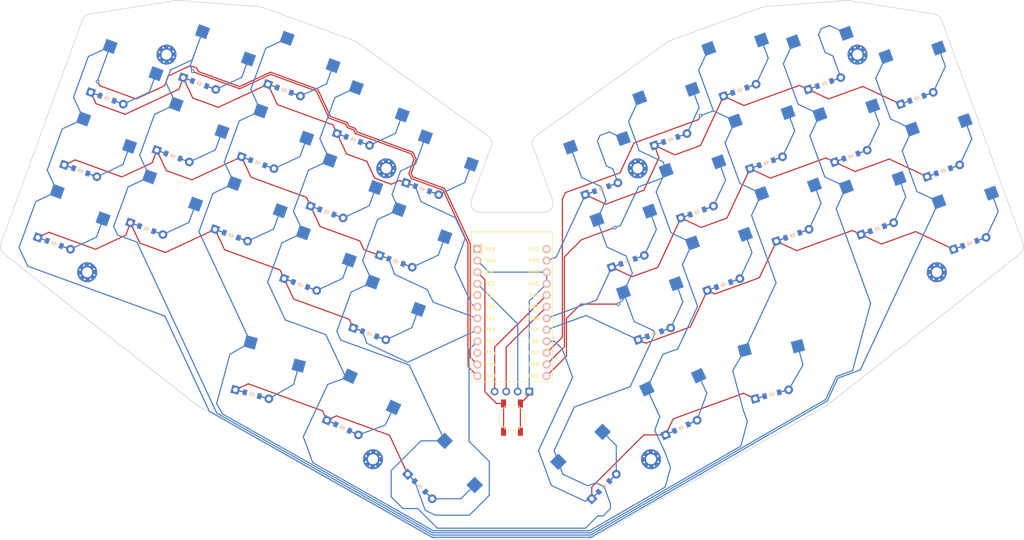
<source format=kicad_pcb>
(kicad_pcb (version 20240108) (generator "pcbnew") (generator_version "8.0")
  (title_block (title "lazyboy36") (rev "v1.0.0") (company "Unknown"))
  (layers (0 "F.Cu" signal) (31 "B.Cu" signal) (34 "B.Paste" user) (35 "F.Paste" user) (36 "B.SilkS" user "B.Silkscreen") (37 "F.SilkS" user "F.Silkscreen") (38 "B.Mask" user) (39 "F.Mask" user) (44 "Edge.Cuts" user))
  (net 0 "")
  (net 1 "P16")
  (net 2 "pinky_bottom")
  (net 3 "pinky_home")
  (net 4 "pinky_top")
  (net 5 "P10")
  (net 6 "ring_bottom")
  (net 7 "ring_home")
  (net 8 "ring_top")
  (net 9 "P7")
  (net 10 "middle_bottom")
  (net 11 "middle_home")
  (net 12 "middle_top")
  (net 13 "P8")
  (net 14 "index_bottom")
  (net 15 "index_home")
  (net 16 "index_top")
  (net 17 "P9")
  (net 18 "inner_bottom")
  (net 19 "inner_home")
  (net 20 "inner_top")
  (net 21 "outer_cluster")
  (net 22 "middle_cluster")
  (net 23 "inner_cluster")
  (net 24 "mirror_pinky_bottom")
  (net 25 "mirror_pinky_home")
  (net 26 "mirror_pinky_top")
  (net 27 "mirror_ring_bottom")
  (net 28 "mirror_ring_home")
  (net 29 "mirror_ring_top")
  (net 30 "mirror_middle_bottom")
  (net 31 "mirror_middle_home")
  (net 32 "mirror_middle_top")
  (net 33 "mirror_index_bottom")
  (net 34 "mirror_index_home")
  (net 35 "mirror_index_top")
  (net 36 "mirror_inner_bottom")
  (net 37 "mirror_inner_home")
  (net 38 "mirror_inner_top")
  (net 39 "mirror_outer_cluster")
  (net 40 "mirror_middle_cluster")
  (net 41 "mirror_inner_cluster")
  (net 42 "P18")
  (net 43 "P19")
  (net 44 "P20")
  (net 45 "P15")
  (net 46 "P5")
  (net 47 "P4")
  (net 48 "P0")
  (net 49 "P6")
  (net 50 "RAW")
  (net 51 "GND")
  (net 52 "RST")
  (net 53 "VCC")
  (net 54 "P21")
  (net 55 "P14")
  (net 56 "P1")
  (net 57 "P2")
  (net 58 "P3")
  (footprint "E73:SW_TACT_ALPS_SKQGABE010" (layer "F.Cu") (at 155.74573 172.905495 -90)
    (property "Reference" "B1" (hide yes))
    (property "Value" "" (hide yes))
  )
  (footprint "PG1350" (layer "F.Cu") (at 101.522655 112.075899 -20)
    (property "Reference" "S8" (hide yes))
    (property "Value" "" (hide yes))
  )
  (footprint "PG1350" (layer "F.Cu") (at 188.950098 106.955936 20)
    (property "Reference" "S30" (hide yes))
    (property "Value" "" (hide yes))
  )
  (footprint "PG1350" (layer "F.Cu") (at 137.745729 117.810768 -20)
    (property "Reference" "S15" (hide yes))
    (property "Value" "" (hide yes))
  )
  (footprint "PG1350" (layer "F.Cu") (at 243.113696 97.883784 20)
    (property "Reference" "S21" (hide yes))
    (property "Value" "" (hide yes))
  )
  (footprint "ComboDiode" (layer "F.Cu") (at 60.853324 118.557007 -20)
    (property "Reference" "D2" (hide yes))
    (property "Value" "" (hide yes))
  )
  (footprint "PG1350" (layer "F.Cu") (at 190.889297 170.559668 25)
    (property "Reference" "S35" (hide yes))
    (property "Value" "" (hide yes))
  )
  (footprint "MountingHole_2.2mm_M2_Pad_Via" (layer "F.Cu") (at 231.749293 92.974567 20)
    (property "Reference" "_5" (hide yes))
    (property "Value" "")
  )
  (footprint "ComboDiode" (layer "F.Cu") (at 256.45248 134.531787 20)
    (property "Reference" "D19" (hide yes))
    (property "Value" "" (hide yes))
  )
  (footprint "PG1350" (layer "F.Cu") (at 131.931391 133.785531 -20)
    (property "Reference" "S14" (hide yes))
    (property "Value" "" (hide yes))
  )
  (footprint "ComboDiode" (layer "F.Cu") (at 193.002391 175.091208 25)
    (property "Reference" "D35" (hide yes))
    (property "Value" "" (hide yes))
  )
  (footprint "ComboDiode" (layer "F.Cu") (at 66.667661 102.582243 -20)
    (property "Reference" "D3" (hide yes))
    (property "Value" "" (hide yes))
  )
  (footprint "PG1350" (layer "F.Cu") (at 82.898094 110.617994 -20)
    (property "Reference" "S5" (hide yes))
    (property "Value" "" (hide yes))
  )
  (footprint "ComboDiode" (layer "F.Cu") (at 175.989975 188.066297 45)
    (property "Reference" "D36" (hide yes))
    (property "Value" "" (hide yes))
  )
  (footprint "PG1350" (layer "F.Cu") (at 228.593384 110.617996 20)
    (property "Reference" "S23" (hide yes))
    (property "Value" "" (hide yes))
  )
  (footprint "ComboDiode" (layer "F.Cu") (at 250.638146 118.557017 20)
    (property "Reference" "D20" (hide yes))
    (property "Value" "" (hide yes))
  )
  (footprint "ComboDiode" (layer "F.Cu") (at 181.270169 138.484016 20)
    (property "Reference" "D32" (hide yes))
    (property "Value" "" (hide yes))
  )
  (footprint "PG1350" (layer "F.Cu") (at 222.779032 94.643213 20)
    (property "Reference" "S24" (hide yes))
    (property "Value" "" (hide yes))
  )
  (footprint "PG1350" (layer "F.Cu") (at 99.869436 162.933794 -15)
    (property "Reference" "S16" (hide yes))
    (property "Value" "" (hide yes))
  )
  (footprint "ComboDiode" (layer "F.Cu") (at 187.084525 154.458778 20)
    (property "Reference" "D31" (hide yes))
    (property "Value" "" (hide yes))
  )
  (footprint "PG1350" (layer "F.Cu") (at 211.622028 162.933801 15)
    (property "Reference" "S34" (hide yes))
    (property "Value" "" (hide yes))
  )
  (footprint "PG1350" (layer "F.Cu") (at 209.968802 112.075889 20)
    (property "Reference" "S26" (hide yes))
    (property "Value" "" (hide yes))
  )
  (footprint "PG1350" (layer "F.Cu") (at 204.154468 96.101117 20)
    (property "Reference" "S27" (hide yes))
    (property "Value" "" (hide yes))
  )
  (footprint "ComboDiode" (layer "F.Cu") (at 236.117817 131.291225 20)
    (property "Reference" "D22" (hide yes))
    (property "Value" "" (hide yes))
  )
  (footprint "ComboDiode" (layer "F.Cu") (at 75.373645 131.291222 -20)
    (property "Reference" "D4" (hide yes))
    (property "Value" "" (hide yes))
  )
  (footprint "ComboDiode" (layer "F.Cu") (at 202.288884 143.603964 20)
    (property "Reference" "D28" (hide yes))
    (property "Value" "" (hide yes))
  )
  (footprint "ProMicro" (layer "F.Cu") (at 155.745723 149.76034 -90)
    (property "Reference" "MCU1" (hide yes))
    (property "Value" "" (hide yes))
  )
  (footprint "MountingHole_2.2mm_M2_Pad_Via" (layer "F.Cu") (at 62.299131 140.8989 -20)
    (property "Reference" "_2" (hide yes))
    (property "Value" "")
  )
  (footprint "ComboDiode" (layer "F.Cu") (at 105.626903 100.79958 -20)
    (property "Reference" "D9" (hide yes))
    (property "Value" "" (hide yes))
  )
  (footprint "ComboDiode" (layer "F.Cu") (at 135.501494 188.066294 -45)
    (property "Reference" "D18" (hide yes))
    (property "Value" "" (hide yes))
  )
  (footprint "ComboDiode" (layer "F.Cu") (at 99.812551 116.774351 -20)
    (property "Reference" "D8" (hide yes))
    (property "Value" "" (hide yes))
  )
  (footprint "ComboDiode" (layer "F.Cu") (at 205.864573 100.799585 20)
    (property "Reference" "D27" (hide yes))
    (property "Value" "" (hide yes))
  )
  (footprint "PG1350" (layer "F.Cu") (at 139.037025 184.530765 -45)
    (property "Reference" "S18" (hide yes))
    (property "Value" "" (hide yes))
  )
  (footprint "ComboDiode" (layer "F.Cu") (at 196.47454 127.629191 20)
    (property "Reference" "D29" (hide yes))
    (property "Value" "" (hide yes))
  )
  (footprint "PG1350" (layer "F.Cu") (at 173.745731 117.810763 20)
    (property "Reference" "S33" (hide yes))
    (property "Value" "" (hide yes))
  )
  (footprint "ComboDiode" (layer "F.Cu") (at 224.489126 99.341694 20)
    (property "Reference" "D24" (hide yes))
    (property "Value" "" (hide yes))
  )
  (footprint "ComboDiode" (layer "F.Cu") (at 130.221289 138.484008 -20)
    (property "Reference" "D14" (hide yes))
    (property "Value" "" (hide yes))
  )
  (footprint "ComboDiode" (layer "F.Cu") (at 118.489075 175.091212 -25)
    (property "Reference" "D17" (hide yes))
    (property "Value" "" (hide yes))
  )
  (footprint "PG1350" (layer "F.Cu") (at 62.563416 113.858549 -20)
    (property "Reference" "S2" (hide yes))
    (property "Value" "" (hide yes))
  )
  (footprint "PG1350" (layer "F.Cu") (at 194.764437 122.930726 20)
    (property "Reference" "S29" (hide yes))
    (property "Value" "" (hide yes))
  )
  (footprint "PG1350" (layer "F.Cu") (at 172.454441 184.530765 45)
    (property "Reference" "S36" (hide yes))
    (property "Value" "" (hide yes))
  )
  (footprint "ComboDiode" (layer "F.Cu") (at 124.406947 154.458783 -20)
    (property "Reference" "D13" (hide yes))
    (property "Value" "" (hide yes))
  )
  (footprint "PG1350" (layer "F.Cu") (at 185.374407 149.760329 20)
    (property "Reference" "S31" (hide yes))
    (property "Value" "" (hide yes))
  )
  (footprint "PG1350" (layer "F.Cu") (at 254.742388 129.833342 20)
    (property "Reference" "S19" (hide yes))
    (property "Value" "" (hide yes))
  )
  (footprint "PG1350" (layer "F.Cu") (at 56.749074 129.83334 -20)
    (property "Reference" "S1" (hide yes))
    (property "Value" "" (hide yes))
  )
  (footprint "ComboDiode" (layer "F.Cu") (at 98.575351 167.763428 -15)
    (property "Reference" "D16" (hide yes))
    (property "Value" "" (hide yes))
  )
  (footprint "ComboDiode" (layer "F.Cu") (at 115.016918 127.629172 -20)
    (property "Reference" "D11" (hide yes))
    (property "Value" "" (hide yes))
  )
  (footprint "PG1350" (layer "F.Cu") (at 215.783152 128.050661 20)
    (property "Reference" "S25" (hide yes))
    (property "Value" "" (hide yes))
  )
  (footprint "ComboDiode" (layer "F.Cu") (at 55.038977 134.531792 -20)
    (property "Reference" "D1" (hide yes))
    (property "Value" "" (hide yes))
  )
  (footprint "ComboDiode" (layer "F.Cu") (at 230.303475 115.316447 20)
    (property "Reference" "D23" (hide yes))
    (property "Value" "" (hide yes))
  )
  (footprint "ComboDiode" (layer "F.Cu") (at 190.660197 111.654398 20)
    (property "Reference" "D30" (hide yes))
    (property "Value" "" (hide yes))
  )
  (footprint "ComboDiode" (layer "F.Cu") (at 244.823801 102.582232 20)
    (property "Reference" "D21" (hide yes))
    (property "Value" "" (hide yes))
  )
  (footprint "lib:OLED_headers" (layer "F.Cu") (at 149.745737 168.760316 90)
    (property "Reference" "OLED1" (hide yes))
    (property "Value" "OLED")
  )
  (footprint "PG1350" (layer "F.Cu") (at 88.712433 94.643218 -20)
    (property "Reference" "S6" (hide yes))
    (property "Value" "" (hide yes))
  )
  (footprint "MountingHole_2.2mm_M2_Pad_Via" (layer "F.Cu") (at 79.742168 92.974575 -20)
    (property "Reference" "_1" (hide yes))
    (property "Value" "")
  )
  (footprint "ComboDiode" (layer "F.Cu") (at 120.831253 111.654406 -20)
    (property "Reference" "D12" (hide yes))
    (property "Value" "" (hide yes))
  )
  (footprint "ComboDiode" (layer "F.Cu") (at 93.99821 132.749119 -20)
    (property "Reference" "D7" (hide yes))
    (property "Value" "" (hide yes))
  )
  (footprint "PG1350" (layer "F.Cu") (at 120.602168 170.559665 -25)
    (property "Reference" "S17" (hide yes))
    (property "Value" "" (hide yes))
  )
  (footprint "ComboDiode" (layer "F.Cu") (at 175.455833 122.509221 20)
    (property "Reference" "D33" (hide yes))
    (property "Value" "" (hide yes))
  )
  (footprint "MountingHole_2.2mm_M2_Pad_Via" (layer "F.Cu") (at 125.166685 182.066844 -25)
    (property "Reference" "_4" (hide yes))
    (property "Value" "")
  )
  (footprint "PG1350" (layer "F.Cu") (at 179.560071 133.785555 20)
    (property "Reference" "S32" (hide yes))
    (property "Value" "" (hide yes))
  )
  (footprint "PG1350" (layer "F.Cu") (at 248.928043 113.858549 20)
    (property "Reference" "S20" (hide yes))
    (property "Value" "" (hide yes))
  )
  (footprint "MountingHole_2.2mm_M2_Pad_Via" (layer "F.Cu") (at 128.091419 118.021504 -20)
    (property "Reference" "_3" (hide yes))
    (property "Value" "")
  )
  (footprint "PG1350" (layer "F.Cu") (at 126.117049 149.760318 -20)
    (property "Reference" "S13" (hide yes))
    (property "Value" "" (hide yes))
  )
  (footprint "MountingHole_2.2mm_M2_Pad_Via" (layer "F.Cu") (at 249.192321 140.898893 20)
    (property "Reference" "_6" (hide yes))
    (property "Value" "")
  )
  (footprint "PG1350" (layer "F.Cu") (at 68.377771 97.883785 -20)
    (property "Reference" "S3" (hide yes))
    (property "Value" "" (hide yes))
  )
  (footprint "ComboDiode" (layer "F.Cu") (at 217.493252 132.749127 20)
    (property "Reference" "D25" (hide yes))
    (property "Value" "" (hide yes))
  )
  (footprint "ComboDiode" (layer "F.Cu") (at 109.202572 143.603958 -20)
    (property "Reference" "D10" (hide yes))
    (property "Value" "" (hide yes))
  )
  (footprint "PG1350" (layer "F.Cu") (at 107.336998 96.101108 -20)
    (property "Reference" "S9" (hide yes))
    (property "Value" "" (hide yes))
  )
  (footprint "PG1350" (layer "F.Cu") (at 110.912682 138.905488 -20)
    (property "Reference" "S10" (hide yes))
    (property "Value" "" (hide yes))
  )
  (footprint "ComboDiode" (layer "F.Cu") (at 81.187981 115.316454 -20)
    (property "Reference" "D5" (hide yes))
    (property "Value" "" (hide yes))
  )
  (footprint "PG1350" (layer "F.Cu") (at 116.727023 122.930714 -20)
    (property "Reference" "S11" (hide yes))
    (property "Value" "" (hide yes))
  )
  (footprint "ComboDiode" (layer "F.Cu") (at 136.035628 122.509232 -20)
    (property "Reference" "D15" (hide yes))
    (property "Value" "" (hide yes))
  )
  (footprint "MountingHole_2.2mm_M2_Pad_Via" (layer "F.Cu") (at 186.324786 182.06685 25)
    (property "Reference" "_8" (hide yes))
    (property "Value" "")
  )
  (footprint "ComboDiode" (layer "F.Cu") (at 87.002333 99.341689 -20)
    (property "Reference" "D6" (hide yes))
    (property "Value" "" (hide yes))
  )
  (footprint "PG1350" (layer "F.Cu") (at 234.40772 126.592771 20)
    (property "Reference" "S22" (hide yes))
    (property "Value" "" (hide yes))
  )
  (footprint "PG1350" (layer "F.Cu") (at 77.083746 126.592772 -20)
    (property "Reference" "S4" (hide yes))
    (property "Value" "" (hide yes))
  )
  (footprint "PG1350" (layer "F.Cu") (at 200.578782 138.905499 20)
    (property "Reference" "S28" (hide yes))
    (property "Value" "" (hide yes))
  )
  (footprint "ComboDiode" (layer "F.Cu") (at 211.678902 116.774349 20)
    (property "Reference" "D26" (hide yes))
    (property "Value" "" (hide yes))
  )
  (footprint "PG1350" (layer "F.Cu") (at 95.708318 128.050659 -20)
    (property "Reference" "S7" (hide yes))
    (property "Value" "" (hide yes))
  )
  (footprint "MountingHole_2.2mm_M2_Pad_Via" (layer "F.Cu") (at 183.400036 118.021511 20)
    (property "Reference" "_7" (hide yes))
    (property "Value" "")
  )
  (footprint "ComboDiode" (layer "F.Cu") (at 212.916123 167.763414 15)
    (property "Reference" "D34" (hide yes))
    (property "Value" "" (hide yes))
  )
  (footprint "PG1350" (layer "F.Cu") (at 122.541372 106.955936 -20)
    (property "Reference" "S12" (hide yes))
    (property "Value" "" (hide yes))
  )
  (gr_line (start 172.281505 199.733552) (end 139.209959 199.733569) (stroke (width 0.15)) (layer "Edge.Cuts"))
  (gr_arc (start 248.696971 84.069589) (mid 249.655114 84.502018) (end 250.261594 85.360624) (stroke (width 0.15)) (layer "Edge.Cuts"))
  (gr_arc (start 268.174302 134.575364) (mid 268.218 135.808701) (end 267.529475 136.832906) (stroke (width 0.15)) (layer "Edge.Cuts"))
  (gr_arc (start 61.229872 85.36062) (mid 61.836362 84.502018) (end 62.794494 84.069583) (stroke (width 0.15)) (layer "Edge.Cuts"))
  (gr_line (start 86.408051 170.13595) (end 43.961993 136.832894) (stroke (width 0.15)) (layer "Edge.Cuts"))
  (gr_arc (start 148.715516 127.680992) (mid 147.077172 126.828158) (end 146.836129 124.996956) (stroke (width 0.15)) (layer "Edge.Cuts"))
  (gr_line (start 164.655326 124.996952) (end 160.337835 113.134709) (stroke (width 0.15)) (layer "Edge.Cuts"))
  (gr_arc (start 43.961989 136.832907) (mid 43.273412 135.808714) (end 43.317168 134.575374) (stroke (width 0.15)) (layer "Edge.Cuts"))
  (gr_arc (start 164.655326 124.996952) (mid 164.414218 126.828102) (end 162.775945 127.680987) (stroke (width 0.15)) (layer "Edge.Cuts"))
  (gr_line (start 121.486698 90.154963) (end 150.43634 110.822924) (stroke (width 0.15)) (layer "Edge.Cuts"))
  (gr_line (start 62.794494 84.069583) (end 81.732724 81.051557) (stroke (width 0.15)) (layer "Edge.Cuts"))
  (gr_arc (start 139.209959 199.733569) (mid 138.700817 199.667673) (end 138.225225 199.474335) (stroke (width 0.15)) (layer "Edge.Cuts"))
  (gr_line (start 138.225225 199.474335) (end 86.657867 170.303232) (stroke (width 0.15)) (layer "Edge.Cuts"))
  (gr_arc (start 160.337835 113.134709) (mid 160.307068 111.857995) (end 161.055121 110.822919) (stroke (width 0.15)) (layer "Edge.Cuts"))
  (gr_arc (start 225.08342 170.135956) (mid 224.961658 170.2243) (end 224.833597 170.303237) (stroke (width 0.15)) (layer "Edge.Cuts"))
  (gr_arc (start 81.732723 81.051558) (mid 81.967588 81.028228) (end 82.203564 81.032743) (stroke (width 0.15)) (layer "Edge.Cuts"))
  (gr_line (start 224.833597 170.303237) (end 173.26624 199.474324) (stroke (width 0.15)) (layer "Edge.Cuts"))
  (gr_line (start 211.171656 82.450852) (end 229.287919 81.032741) (stroke (width 0.15)) (layer "Edge.Cuts"))
  (gr_line (start 250.261594 85.360624) (end 268.174315 134.575372) (stroke (width 0.15)) (layer "Edge.Cuts"))
  (gr_arc (start 86.657867 170.303232) (mid 86.529813 170.224289) (end 86.408051 170.13595) (stroke (width 0.15)) (layer "Edge.Cuts"))
  (gr_line (start 148.715516 127.680992) (end 162.775945 127.680987) (stroke (width 0.15)) (layer "Edge.Cuts"))
  (gr_arc (start 190.004764 90.154966) (mid 190.235253 90.012933) (end 190.482812 89.903329) (stroke (width 0.15)) (layer "Edge.Cuts"))
  (gr_arc (start 229.287919 81.032745) (mid 229.523882 81.028249) (end 229.758736 81.051555) (stroke (width 0.15)) (layer "Edge.Cuts"))
  (gr_arc (start 150.43634 110.822924) (mid 151.184412 111.857992) (end 151.153631 113.134714) (stroke (width 0.15)) (layer "Edge.Cuts"))
  (gr_arc (start 173.26624 199.474324) (mid 172.790647 199.667665) (end 172.281505 199.733552) (stroke (width 0.15)) (layer "Edge.Cuts"))
  (gr_line (start 267.529475 136.832906) (end 225.08342 170.135956) (stroke (width 0.15)) (layer "Edge.Cuts"))
  (gr_line (start 151.153631 113.134714) (end 146.836129 124.996956) (stroke (width 0.15)) (layer "Edge.Cuts"))
  (gr_line (start 82.203564 81.032743) (end 100.319806 82.450853) (stroke (width 0.15)) (layer "Edge.Cuts"))
  (gr_line (start 161.055121 110.822919) (end 190.004764 90.154966) (stroke (width 0.15)) (layer "Edge.Cuts"))
  (gr_arc (start 100.319806 82.450853) (mid 100.58767 82.490199) (end 100.847765 82.565365) (stroke (width 0.15)) (layer "Edge.Cuts"))
  (gr_arc (start 210.643691 82.565368) (mid 210.903789 82.490199) (end 211.171656 82.450852) (stroke (width 0.15)) (layer "Edge.Cuts"))
  (gr_line (start 100.847765 82.565365) (end 121.008658 89.903329) (stroke (width 0.15)) (layer "Edge.Cuts"))
  (gr_arc (start 121.008658 89.903329) (mid 121.25621 90.012936) (end 121.486698 90.154963) (stroke (width 0.15)) (layer "Edge.Cuts"))
  (gr_line (start 229.758736 81.051555) (end 248.696954 84.069589) (stroke (width 0.15)) (layer "Edge.Cuts"))
  (gr_line (start 190.482812 89.903329) (end 210.643691 82.565368) (stroke (width 0.15)) (layer "Edge.Cuts"))
  (gr_line (start 43.317168 134.575374) (end 61.229869 85.360621) (stroke (width 0.15)) (layer "Edge.Cuts"))
  (segment (start 115.814015 106.59531) (end 113.034837 100.63535) (width 0.25) (layer "F.Cu") (net 1))
  (segment (start 73.05455 102.738091) (end 65.020177 99.813826) (width 0.25) (layer "F.Cu") (net 1))
  (segment (start 80.106196 97.690483) (end 79.334944 99.809496) (width 0.25) (layer "F.Cu") (net 1))
  (segment (start 113.034837 100.63535) (end 102.612319 96.841856) (width 0.25) (layer "F.Cu") (net 1))
  (segment (start 121.654427 109.998057) (end 121.295824 109.229028) (width 0.25) (layer "F.Cu") (net 1))
  (segment (start 146.556252 159.620868) (end 146.974672 160.039292) (width 0.25) (layer "F.Cu") (net 1))
  (segment (start 134.675074 116.028683) (end 133.949736 114.47319) (width 0.25) (layer "F.Cu") (net 1))
  (segment (start 95.819243 100.009527) (end 86.743139 96.706093) (width 0.25) (layer "F.Cu") (net 1))
  (segment (start 102.612319 96.841856) (end 95.819243 100.009527) (width 0.25) (layer "F.Cu") (net 1))
  (segment (start 84.970283 95.422322) (end 80.106196 97.690483) (width 0.25) (layer "F.Cu") (net 1))
  (segment (start 133.546408 119.12967) (end 134.675074 116.028683) (width 0.25) (layer "F.Cu") (net 1))
  (segment (start 133.949736 114.47319) (end 121.654427 109.998057) (width 0.25) (layer "F.Cu") (net 1))
  (segment (start 148.125725 161.190337) (end 146.974672 160.039292) (width 0.25) (layer "F.Cu") (net 1))
  (segment (start 86.743139 96.706093) (end 86.384532 95.937069) (width 0.25) (layer "F.Cu") (net 1))
  (segment (start 65.020177 99.813826) (end 64.601807 98.916621) (width 0.25) (layer "F.Cu") (net 1))
  (segment (start 79.334944 99.809496) (end 73.05455 102.738091) (width 0.25) (layer "F.Cu") (net 1))
  (segment (start 121.295824 109.229028) (end 119.884402 108.715324) (width 0.25) (layer "F.Cu") (net 1))
  (segment (start 119.525797 107.946291) (end 115.814015 106.59531) (width 0.25) (layer "F.Cu") (net 1))
  (segment (start 119.884402 108.715324) (end 119.525797 107.946291) (width 0.25) (layer "F.Cu") (net 1))
  (segment (start 146.55625 134.564347) (end 146.556252 159.620868) (width 0.25) (layer "F.Cu") (net 1))
  (segment (start 146.55625 134.564347) (end 140.897589 122.429307) (width 0.25) (layer "F.Cu") (net 1))
  (segment (start 140.897589 122.429307) (end 133.896878 119.881257) (width 0.25) (layer "F.Cu") (net 1))
  (segment (start 133.896878 119.881257) (end 133.546408 119.12967) (width 0.25) (layer "F.Cu") (net 1))
  (segment (start 86.384532 95.937069) (end 84.970283 95.422322) (width 0.25) (layer "F.Cu") (net 1))
  (via (at 64.601807 98.916621) (size 0.8) (drill 0.4) (layers "F.Cu" "B.Cu") (net 1))
  (segment (start 50.988046 125.322344) (end 55.706607 123.12205) (width 0.25) (layer "B.Cu") (net 1))
  (segment (start 67.335298 91.172503) (end 64.553989 98.814077) (width 0.25) (layer "B.Cu") (net 1))
  (segment (start 64.601807 98.916621) (end 64.571921 98.852538) (width 0.25) (layer "B.Cu") (net 1))
  (segment (start 138.243939 199.255133) (end 89.158553 171.488056) (width 0.25) (layer "B.Cu") (net 1))
  (segment (start 232.359082 162.399619) (end 227.446255 164.187745) (width 0.25) (layer "B.Cu") (net 1))
  (segment (start 241.578249 114.185369) (end 244.832013 123.125) (width 0.25) (layer "B.Cu") (net 1))
  (segment (start 55.706607 123.12205) (end 53.506309 118.403489) (width 0.25) (layer "B.Cu") (net 1))
  (segment (start 243.815531 109.387496) (end 241.578249 114.185369) (width 0.25) (layer "B.Cu") (net 1))
  (segment (start 49.225108 139.558848) (end 47.305052 135.441288) (width 0.25) (layer "B.Cu") (net 1))
  (segment (start 244.832013 123.125) (end 249.629883 125.362287) (width 0.25) (layer "B.Cu") (net 1))
  (segment (start 138.249072 199.25) (end 138.243939 199.255133) (width 0.25) (layer "B.Cu") (net 1))
  (segment (start 56.802383 109.347569) (end 61.520945 107.147277) (width 0.25) (layer "B.Cu") (net 1))
  (segment (start 225.136368 169.201726) (end 173.092314 199.249375) (width 0.25) (layer "B.Cu") (net 1))
  (segment (start 89.158553 171.488056) (end 79.389235 150.537686) (width 0.25) (layer "B.Cu") (net 1))
  (segment (start 173.092314 199.249375) (end 172.850625 199.249375) (width 0.25) (layer "B.Cu") (net 1))
  (segment (start 227.446255 164.187745) (end 225.174422 169.059706) (width 0.25) (layer "B.Cu") (net 1))
  (segment (start 238.001184 93.412727) (end 235.763905 98.210584) (width 0.25) (layer "B.Cu") (net 1))
  (segment (start 172.85 199.25) (end 138.249072 199.25) (width 0.25) (layer "B.Cu") (net 1))
  (segment (start 61.520945 107.147277) (end 59.290759 102.364623) (width 0.25) (layer "B.Cu") (net 1))
  (segment (start 172.850625 199.249375) (end 172.85 199.25) (width 0.25) (layer "B.Cu") (net 1))
  (segment (start 249.629883 125.362287) (end 232.359082 162.399619) (width 0.25) (layer "B.Cu") (net 1))
  (segment (start 59.290759 102.364623) (end 62.552646 93.402684) (width 0.25) (layer "B.Cu") (net 1))
  (segment (start 53.506309 118.403489) (end 56.802383 109.347569) (width 0.25) (layer "B.Cu") (net 1))
  (segment (start 79.389235 150.537686) (end 49.225108 139.558848) (width 0.25) (layer "B.Cu") (net 1))
  (segment (start 64.553989 98.814077) (end 64.601807 98.916621) (width 0.25) (layer "B.Cu") (net 1))
  (segment (start 47.305052 135.441288) (end 50.988046 125.322344) (width 0.25) (layer "B.Cu") (net 1))
  (segment (start 235.763905 98.210584) (end 239.017665 107.150216) (width 0.25) (layer "B.Cu") (net 1))
  (segment (start 239.017665 107.150216) (end 243.815531 109.387496) (width 0.25) (layer "B.Cu") (net 1))
  (segment (start 225.174422 169.059706) (end 225.136368 169.201726) (width 0.25) (layer "B.Cu") (net 1))
  (segment (start 62.552646 93.402684) (end 67.335287 91.172498) (width 0.25) (layer "B.Cu") (net 1))
  (segment (start 58.619206 135.834881) (end 56.589474 135.09612) (width 0.25) (layer "F.Cu") (net 2))
  (segment (start 65.807613 129.139699) (end 64.342049 133.166283) (width 0.25) (layer "B.Cu") (net 2))
  (segment (start 58.619204 135.834885) (end 56.589474 135.096122) (width 0.25) (layer "B.Cu") (net 2))
  (segment (start 64.342049 133.166283) (end 58.619206 135.834883) (width 0.25) (layer "B.Cu") (net 2))
  (segment (start 64.433546 119.860105) (end 62.403809 119.121352) (width 0.25) (layer "F.Cu") (net 3))
  (segment (start 71.62196 113.16493) (end 70.156386 117.191517) (width 0.25) (layer "B.Cu") (net 3))
  (segment (start 70.156386 117.191517) (end 64.433556 119.860117) (width 0.25) (layer "B.Cu") (net 3))
  (segment (start 64.433548 119.860109) (end 62.403805 119.121346) (width 0.25) (layer "B.Cu") (net 3))
  (segment (start 70.247892 103.885335) (end 68.218155 103.14657) (width 0.25) (layer "F.Cu") (net 4))
  (segment (start 77.436295 97.190149) (end 75.97074 101.21674) (width 0.25) (layer "B.Cu") (net 4))
  (segment (start 75.97074 101.21674) (end 70.247893 103.885348) (width 0.25) (layer "B.Cu") (net 4))
  (segment (start 70.247893 103.885348) (end 68.218154 103.146588) (width 0.25) (layer "B.Cu") (net 4))
  (segment (start 119.183953 108.300757) (end 115.48495 106.954421) (width 0.25) (layer "F.Cu") (net 5))
  (segment (start 148.125724 163.730333) (end 146.069641 161.674251) (width 0.25) (layer "F.Cu") (net 5))
  (segment (start 112.705772 100.994459) (end 102.633563 97.328471) (width 0.25) (layer "F.Cu") (net 5))
  (segment (start 133.574089 120.253818) (end 133.059791 119.150912) (width 0.25) (layer "F.Cu") (net 5))
  (segment (start 102.633563 97.328471) (end 95.84049 100.496135) (width 0.25) (layer "F.Cu") (net 5))
  (segment (start 115.48495 106.954421) (end 112.705772 100.994459) (width 0.25) (layer "F.Cu") (net 5))
  (segment (start 133.059791 119.150912) (end 134.188463 116.049921) (width 0.25) (layer "F.Cu") (net 5))
  (segment (start 121.310698 110.351831) (end 120.952094 109.582804) (width 0.25) (layer "F.Cu") (net 5))
  (segment (start 140.574796 122.801866) (end 133.574089 120.253818) (width 0.25) (layer "F.Cu") (net 5))
  (segment (start 119.542556 109.069778) (end 119.183953 108.300757) (width 0.25) (layer "F.Cu") (net 5))
  (segment (start 146.069639 134.585593) (end 140.574796 122.801866) (width 0.25) (layer "F.Cu") (net 5))
  (segment (start 146.069641 161.674251) (end 146.069639 134.585593) (width 0.25) (layer "F.Cu") (net 5))
  (segment (start 133.62067 114.832292) (end 121.310698 110.351831) (width 0.25) (layer "F.Cu") (net 5))
  (segment (start 85.555565 96.752737) (end 85.495802 96.624561) (width 0.25) (layer "F.Cu") (net 5))
  (segment (start 134.188463 116.049921) (end 133.62067 114.832292) (width 0.25) (layer "F.Cu") (net 5))
  (segment (start 120.952094 109.582804) (end 119.542556 109.069778) (width 0.25) (layer "F.Cu") (net 5))
  (segment (start 95.84049 100.496135) (end 85.555565 96.752737) (width 0.25) (layer "F.Cu") (net 5))
  (via (at 85.495802 96.624561) (size 0.8) (drill 0.4) (layers "F.Cu" "B.Cu") (net 5))
  (segment (start 221.273468 110.880727) (end 224.561422 119.914315) (width 0.25) (layer "B.Cu") (net 5))
  (segment (start 71.298494 122.093075) (end 76.041266 119.881484) (width 0.25) (layer "B.Cu") (net 5))
  (segment (start 85.784741 93.111519) (end 85.419798 94.114188) (width 0.25) (layer "B.Cu") (net 5))
  (segment (start 138.264937 198.75) (end 90.791642 171.894865) (width 0.25) (layer "B.Cu") (net 5))
  (segment (start 77.137058 106.107007) (end 73.840965 115.16293) (width 0.25) (layer "B.Cu") (net 5))
  (segment (start 229.295208 122.121713) (end 227.05793 126.919579) (width 0.25) (layer "B.Cu") (net 5))
  (segment (start 90.791642 171.894865) (end 90.791633 171.894856) (width 0.25) (layer "B.Cu") (net 5))
  (segment (start 230.657745 162.539975) (end 227.11719 163.828635) (width 0.25) (layer "B.Cu") (net 5))
  (segment (start 87.669958 87.931937) (end 85.784741 93.111519) (width 0.25) (layer "B.Cu") (net 5))
  (segment (start 227.11719 163.828635) (end 224.749943 168.905214) (width 0.25) (layer "B.Cu") (net 5))
  (segment (start 80.637157 96.34438) (end 79.625434 99.124069) (width 0.25) (layer "B.Cu") (net 5))
  (segment (start 217.666521 90.17216) (end 215.429243 94.970027) (width 0.25) (layer "B.Cu") (net 5))
  (segment (start 84.939955 95.432548) (end 85.784741 93.111519) (width 0.25) (layer "B.Cu") (net 5))
  (segment (start 85.419798 94.114188) (end 80.637157 96.34438) (width 0.25) (layer "B.Cu") (net 5))
  (segment (start 215.429243 94.970027) (end 218.683006 103.90966) (width 0.25) (layer "B.Cu") (net 5))
  (segment (start 224.749943 168.905214) (end 173.057257 198.75) (width 0.25) (layer "B.Cu") (net 5))
  (segment (start 73.840965 115.16293) (end 76.041268 119.881486) (width 0.25) (layer "B.Cu") (net 5))
  (segment (start 85.495802 96.624561) (end 84.939955 95.432548) (width 0.25) (layer "B.Cu") (net 5))
  (segment (start 218.683006 103.90966) (end 223.480864 106.146945) (width 0.25) (layer "B.Cu") (net 5))
  (segment (start 73.238394 134.251825) (end 69.009768 132.712735) (width 0.25) (layer "B.Cu") (net 5))
  (segment (start 224.561422 119.914315) (end 229.295208 122.121713) (width 0.25) (layer "B.Cu") (net 5))
  (segment (start 234.628708 147.720136) (end 230.657745 162.539975) (width 0.25) (layer "B.Cu") (net 5))
  (segment (start 173.057257 198.75) (end 138.264937 198.75) (width 0.25) (layer "B.Cu") (net 5))
  (segment (start 90.791633 171.894856) (end 73.238394 134.251825) (width 0.25) (layer "B.Cu") (net 5))
  (segment (start 81.855617 103.906712) (end 77.137058 106.107007) (width 0.25) (layer "B.Cu") (net 5))
  (segment (start 79.625434 99.124069) (end 81.855617 103.906712) (width 0.25) (layer "B.Cu") (net 5))
  (segment (start 69.009768 132.712735) (end 68.12436 130.813945) (width 0.25) (layer "B.Cu") (net 5))
  (segment (start 227.05793 126.919579) (end 234.628708 147.720136) (width 0.25) (layer "B.Cu") (net 5))
  (segment (start 223.480864 106.146945) (end 221.273468 110.880727) (width 0.25) (layer "B.Cu") (net 5))
  (segment (start 68.12436 130.813945) (end 71.298494 122.093075) (width 0.25) (layer "B.Cu") (net 5))
  (segment (start 78.953876 132.594327) (end 76.924147 131.855557) (width 0.25) (layer "F.Cu") (net 6))
  (segment (start 78.953882 132.594329) (end 76.924144 131.855556) (width 0.25) (layer "B.Cu") (net 6))
  (segment (start 84.67672 129.925722) (end 78.953875 132.594334) (width 0.25) (layer "B.Cu") (net 6))
  (segment (start 86.142283 125.899141) (end 84.67672 129.925722) (width 0.25) (layer "B.Cu") (net 6))
  (segment (start 84.768211 116.61955) (end 82.738476 115.880786) (width 0.25) (layer "F.Cu") (net 7))
  (segment (start 84.768211 116.61955) (end 82.738476 115.880783) (width 0.25) (layer "B.Cu") (net 7))
  (segment (start 90.491069 113.950949) (end 84.768214 116.619553) (width 0.25) (layer "B.Cu") (net 7))
  (segment (start 91.956626 109.924364) (end 90.491069 113.950949) (width 0.25) (layer "B.Cu") (net 7))
  (segment (start 90.582558 100.644782) (end 88.552826 99.906013) (width 0.25) (layer "F.Cu") (net 8))
  (segment (start 97.770967 93.949585) (end 96.305406 97.976166) (width 0.25) (layer "B.Cu") (net 8))
  (segment (start 90.58256 100.644782) (end 88.552821 99.906015) (width 0.25) (layer "B.Cu") (net 8))
  (segment (start 96.305406 97.976166) (end 90.58256 100.644778) (width 0.25) (layer "B.Cu") (net 8))
  (segment (start 182.563256 112.450351) (end 179.515128 118.987086) (width 0.25) (layer "F.Cu") (net 9))
  (segment (start 179.515128 118.987086) (end 167.48706 123.364946) (width 0.25) (layer "F.Cu") (net 9))
  (segment (start 166.829622 124.774829) (end 166.829622 155.18644) (width 0.25) (layer "F.Cu") (net 9))
  (segment (start 196.805357 107.26665) (end 182.563256 112.450351) (width 0.25) (layer "F.Cu") (net 9))
  (segment (start 167.48706 123.364946) (end 166.829622 124.774829) (width 0.25) (layer "F.Cu") (net 9))
  (segment (start 166.829622 155.18644) (end 163.365724 158.650341) (width 0.25) (layer "F.Cu") (net 9))
  (segment (start 197.206957 106.405422) (end 196.805357 107.26665) (width 0.25) (layer "F.Cu") (net 9))
  (via (at 197.206957 106.405422) (size 0.8) (drill 0.4) (layers "F.Cu" "B.Cu") (net 9))
  (segment (start 204.299247 162.571111) (end 206.918657 158.03417) (width 0.25) (layer "B.Cu") (net 9))
  (segment (start 94.665846 121.339383) (end 89.947281 123.539679) (width 0.25) (layer "B.Cu") (net 9))
  (segment (start 138.295013 198.25) (end 173.02328 198.25) (width 0.25) (layer "B.Cu") (net 9))
  (segment (start 98.279886 100.646046) (end 100.480188 105.364612) (width 0.25) (layer "B.Cu") (net 9))
  (segment (start 106.29453 89.389829) (end 101.575969 91.590125) (width 0.25) (layer "B.Cu") (net 9))
  (segment (start 213.831656 143.209189) (end 208.433358 128.377484) (width 0.25) (layer "B.Cu") (net 9))
  (segment (start 200.058439 105.367569) (end 196.804674 96.427925) (width 0.25) (layer "B.Cu") (net 9))
  (segment (start 95.761623 107.564901) (end 92.465544 116.620819) (width 0.25) (layer "B.Cu") (net 9))
  (segment (start 210.670638 123.579606) (end 205.872775 121.342331) (width 0.25) (layer "B.Cu") (net 9))
  (segment (start 93.685871 158.971703) (end 90.770788 169.850939) (width 0.25) (layer "B.Cu") (net 9))
  (segment (start 204.856294 107.604843) (end 200.058439 105.367569) (width 0.25) (layer "B.Cu") (net 9))
  (segment (start 197.206957 106.405422) (end 200.058439 105.367569) (width 0.25) (layer "B.Cu") (net 9))
  (segment (start 206.680734 171.458982) (end 204.299247 162.571111) (width 0.25) (layer "B.Cu") (net 9))
  (segment (start 206.918652 158.034167) (end 213.831656 143.209189) (width 0.25) (layer "B.Cu") (net 9))
  (segment (start 205.960565 179.233651) (end 206.097164 179.097052) (width 0.25) (layer "B.Cu") (net 9))
  (segment (start 205.872775 121.342331) (end 202.619008 112.402697) (width 0.25) (layer "B.Cu") (net 9))
  (segment (start 92.069799 172.100891) (end 138.295013 198.25) (width 0.25) (layer "B.Cu") (net 9))
  (segment (start 206.097164 179.097052) (end 207.523416 173.774209) (width 0.25) (layer "B.Cu") (net 9))
  (segment (start 90.770788 169.850939) (end 92.069799 172.100891) (width 0.25) (layer "B.Cu") (net 9))
  (segment (start 173.02328 198.25) (end 205.960565 179.233651) (width 0.25) (layer "B.Cu") (net 9))
  (segment (start 101.575969 91.590125) (end 98.279886 100.646046) (width 0.25) (layer "B.Cu") (net 9))
  (segment (start 100.480188 105.364612) (end 95.761623 107.564901) (width 0.25) (layer "B.Cu") (net 9))
  (segment (start 196.804674 96.427925) (end 199.041955 91.63006) (width 0.25) (layer "B.Cu") (net 9))
  (segment (start 98.246009 156.338904) (end 93.685871 158.971703) (width 0.25) (layer "B.Cu") (net 9))
  (segment (start 89.947281 123.539679) (end 86.880516 131.965535) (width 0.25) (layer "B.Cu") (net 9))
  (segment (start 208.433358 128.377484) (end 210.670638 123.579606) (width 0.25) (layer "B.Cu") (net 9))
  (segment (start 207.523416 173.774209) (end 206.680734 171.458982) (width 0.25) (layer "B.Cu") (net 9))
  (segment (start 86.880516 131.965535) (end 98.246 156.338912) (width 0.25) (layer "B.Cu") (net 9))
  (segment (start 202.619008 112.402697) (end 204.856294 107.604843) (width 0.25) (layer "B.Cu") (net 9))
  (segment (start 92.465544 116.620819) (end 94.665846 121.339383) (width 0.25) (layer "B.Cu") (net 9))
  (segment (start 97.578444 134.05222) (end 95.548705 133.313455) (width 0.25) (layer "F.Cu") (net 10))
  (segment (start 104.766838 127.357044) (end 103.301292 131.383618) (width 0.25) (layer "B.Cu") (net 10))
  (segment (start 103.301292 131.383618) (end 97.578446 134.052229) (width 0.25) (layer "B.Cu") (net 10))
  (segment (start 97.578444 134.05222) (end 95.54871 133.313455) (width 0.25) (layer "B.Cu") (net 10))
  (segment (start 103.392779 118.077453) (end 101.363042 117.338675) (width 0.25) (layer "F.Cu") (net 11))
  (segment (start 109.115628 115.408859) (end 103.392792 118.07745) (width 0.25) (layer "B.Cu") (net 11))
  (segment (start 110.581191 111.382264) (end 109.115628 115.408859) (width 0.25) (layer "B.Cu") (net 11))
  (segment (start 103.392783 118.077458) (end 101.363047 117.338682) (width 0.25) (layer "B.Cu") (net 11))
  (segment (start 109.207126 102.102673) (end 107.177395 101.363911) (width 0.25) (layer "F.Cu") (net 12))
  (segment (start 109.207128 102.102672) (end 107.177389 101.36391) (width 0.25) (layer "B.Cu") (net 12))
  (segment (start 114.929976 99.434068) (end 109.20712 102.10268) (width 0.25) (layer "B.Cu") (net 12))
  (segment (start 116.395542 95.407483) (end 114.929976 99.434068) (width 0.25) (layer "B.Cu") (net 12))
  (segment (start 178.326862 131.072326) (end 171.044244 133.722983) (width 0.25) (layer "F.Cu") (net 13))
  (segment (start 171.044244 133.722983) (end 167.279624 137.487607) (width 0.25) (layer "F.Cu") (net 13))
  (segment (start 167.279624 137.487607) (end 167.279623 157.276435) (width 0.25) (layer "F.Cu") (net 13))
  (segment (start 167.279623 157.276435) (end 163.365719 161.190337) (width 0.25) (layer "F.Cu") (net 13))
  (via (at 178.326862 131.072326) (size 0.8) (drill 0.4) (layers "F.Cu" "B.Cu") (net 13))
  (segment (start 187.444533 123.193444) (end 189.651929 118.459673) (width 0.25) (layer "B.Cu") (net 13))
  (segment (start 188.857851 120.162581) (end 189.651928 118.459675) (width 0.25) (layer "B.Cu") (net 13))
  (segment (start 105.880005 151.398088) (end 114.807086 154.647274) (width 0.25) (layer "B.Cu") (net 13))
  (segment (start 138.413476 197.8) (end 172.802708 197.8) (width 0.25) (layer "B.Cu") (net 13))
  (segment (start 190.732494 132.227046) (end 187.444533 123.193444) (width 0.25) (layer "B.Cu") (net 13))
  (segment (start 181.391119 107.731353) (end 183.837585 102.484882) (width 0.25) (layer "B.Cu") (net 13))
  (segment (start 121.498888 100.244666) (end 116.780337 102.444949) (width 0.25) (layer "B.Cu") (net 13))
  (segment (start 107.6699 127.475659) (end 109.870204 132.194197) (width 0.25) (layer "B.Cu") (net 13))
  (segment (start 188.95068 158.950833) (end 189.52806 158.740688) (width 0.25) (layer "B.Cu") (net 13))
  (segment (start 172.802708 197.8) (end 189.333022 188.256219) (width 0.25) (layer "B.Cu") (net 13))
  (segment (start 195.466271 134.434439) (end 190.732494 132.227046) (width 0.25) (layer "B.Cu") (net 13))
  (segment (start 115.684548 116.219439) (end 110.965993 118.419732) (width 0.25) (layer "B.Cu") (net 13))
  (segment (start 179.595446 130.610602) (end 183.569968 122.08721) (width 0.25) (layer "B.Cu") (net 13))
  (segment (start 113.484245 111.500874) (end 115.684548 116.219439) (width 0.25) (layer "B.Cu") (net 13))
  (segment (start 189.651929 118.459673) (end 188.968816 116.582848) (width 0.25) (layer "B.Cu") (net 13))
  (segment (start 109.84056 177.101799) (end 111.919046 182.812385) (width 0.25) (layer "B.Cu") (net 13))
  (segment (start 114.807086 154.647274) (end 118.846117 163.308996) (width 0.25) (layer "B.Cu") (net 13))
  (segment (start 101.995132 143.066953) (end 105.880005 151.398088) (width 0.25) (layer "B.Cu") (net 13))
  (segment (start 111.919046 182.812385) (end 138.413476 197.8) (width 0.25) (layer "B.Cu") (net 13))
  (segment (start 190.612182 183.855551) (end 189.425278 180.594571) (width 0.25) (layer "B.Cu") (net 13))
  (segment (start 183.722363 114.136384) (end 181.391119 107.731353) (width 0.25) (layer "B.Cu") (net 13))
  (segment (start 110.965993 118.419732) (end 107.6699 127.475659) (width 0.25) (layer "B.Cu") (net 13))
  (segment (start 178.326862 131.072326) (end 179.595446 130.610602) (width 0.25) (layer "B.Cu") (net 13))
  (segment (start 183.569968 122.08721) (end 188.857851 120.162581) (width 0.25) (layer "B.Cu") (net 13))
  (segment (start 189.425278 180.594571) (end 187.143138 175.7005) (width 0.25) (layer "B.Cu") (net 13))
  (segment (start 105.151654 134.3945) (end 101.995132 143.066953) (width 0.25) (layer "B.Cu") (net 13))
  (segment (start 111.319725 173.929713) (end 109.84056 177.101799) (width 0.25) (layer "B.Cu") (net 13))
  (segment (start 116.780337 102.444949) (end 113.484245 111.500874) (width 0.25) (layer "B.Cu") (net 13))
  (segment (start 120.148586 163.783065) (end 115.213615 165.579241) (width 0.25) (layer "B.Cu") (net 13))
  (segment (start 189.469629 188.119612) (end 190.612182 183.855551) (width 0.25) (layer "B.Cu") (net 13))
  (segment (start 196.569193 148.409429) (end 193.228991 139.232306) (width 0.25) (layer "B.Cu") (net 13))
  (segment (start 187.143138 175.7005) (end 188.252138 172.653562) (width 0.25) (layer "B.Cu") (net 13))
  (segment (start 185.406563 166.551214) (end 188.95068 158.950833) (width 0.25) (layer "B.Cu") (net 13))
  (segment (start 115.213615 165.579241) (end 111.319725 173.929713) (width 0.25) (layer "B.Cu") (net 13))
  (segment (start 192.206178 157.765924) (end 196.569193 148.409429) (width 0.25) (layer "B.Cu") (net 13))
  (segment (start 189.333022 188.256219) (end 189.469629 188.119612) (width 0.25) (layer "B.Cu") (net 13))
  (segment (start 193.228991 139.232306) (end 195.466271 134.434439) (width 0.25) (layer "B.Cu") (net 13))
  (segment (start 109.870204 132.194197) (end 105.151654 134.3945) (width 0.25) (layer "B.Cu") (net 13))
  (segment (start 118.846117 163.308996) (end 120.148594 163.783067) (width 0.25) (layer "B.Cu") (net 13))
  (segment (start 188.968816 116.582848) (end 183.722363 114.136384) (width 0.25) (layer "B.Cu") (net 13))
  (segment (start 188.252138 172.653562) (end 185.406569 166.551221) (width 0.25) (layer "B.Cu") (net 13))
  (segment (start 189.52806 158.740688) (end 192.206178 157.765924) (width 0.25) (layer "B.Cu") (net 13))
  (segment (start 112.782813 144.90705) (end 110.753067 144.168288) (width 0.25) (layer "F.Cu") (net 14))
  (segment (start 118.505652 142.238439) (end 112.782807 144.907043) (width 0.25) (layer "B.Cu") (net 14))
  (segment (start 112.782807 144.907048) (end 110.753079 144.168289) (width 0.25) (layer "B.Cu") (net 14))
  (segment (start 119.97122 138.211863) (end 118.505652 142.238439) (width 0.25) (layer "B.Cu") (net 14))
  (segment (start 118.597148 128.932268) (end 116.567409 128.193508) (width 0.25) (layer "F.Cu") (net 15))
  (segment (start 124.320002 126.263676) (end 118.597151 128.932277) (width 0.25) (layer "B.Cu") (net 15))
  (segment (start 125.785559 122.237082) (end 124.320002 126.263676) (width 0.25) (layer "B.Cu") (net 15))
  (segment (start 118.597148 128.93227) (end 116.56741 128.193507) (width 0.25) (layer "B.Cu") (net 15))
  (segment (start 124.411502 112.957508) (end 122.381753 112.21874) (width 0.25) (layer "F.Cu") (net 16))
  (segment (start 131.599894 106.262306) (end 130.134342 110.288891) (width 0.25) (layer "B.Cu") (net 16))
  (segment (start 130.134342 110.288891) (end 124.4115 112.957502) (width 0.25) (layer "B.Cu") (net 16))
  (segment (start 124.411502 112.957508) (end 122.381754 112.218739) (width 0.25) (layer "B.Cu") (net 16))
  (segment (start 167.729622 159.366433) (end 163.365725 163.730331) (width 0.25) (layer "F.Cu") (net 17))
  (segment (start 167.729622 151.068064) (end 167.729622 159.366433) (width 0.25) (layer "F.Cu") (net 17))
  (segment (start 170.891175 147.906515) (end 167.729622 151.068064) (width 0.25) (layer "F.Cu") (net 17))
  (segment (start 179.148808 147.906511) (end 170.891175 147.906515) (width 0.25) (layer "F.Cu") (net 17))
  (via (at 179.148808 147.906511) (size 0.8) (drill 0.4) (layers "F.Cu" "B.Cu") (net 17))
  (segment (start 175.270512 121.995437) (end 176.405888 125.114853) (width 0.25) (layer "B.Cu") (net 17))
  (segment (start 126.170363 129.274556) (end 122.874266 138.330468) (width 0.25) (layer "B.Cu") (net 17))
  (segment (start 180.261898 146.793422) (end 180.261897 145.289276) (width 0.25) (layer "B.Cu") (net 17))
  (segment (start 125.074571 143.049032) (end 120.356008 145.24934) (width 0.25) (layer "B.Cu") (net 17))
  (segment (start 180.261897 145.289276) (end 182.614038 151.75173) (width 0.25) (layer "B.Cu") (net 17))
  (segment (start 136.70326 111.099495) (end 134.53861 117.046821) (width 0.25) (layer "B.Cu") (net 17))
  (segment (start 129.185656 190.354809) (end 129.185658 184.556534) (width 0.25) (layer "B.Cu") (net 17))
  (segment (start 177.401383 192.946304) (end 175.816357 194.531334) (width 0.25) (layer "B.Cu") (net 17))
  (segment (start 177.401382 191.881265) (end 177.401383 192.946304) (width 0.25) (layer "B.Cu") (net 17))
  (segment (start 176.033304 188.122496) (end 177.401382 191.881265) (width 0.25) (layer "B.Cu") (net 17))
  (segment (start 166.919928 185.355253) (end 172.389403 187.905711) (width 0.25) (layer "B.Cu") (net 17))
  (segment (start 182.614038 151.75173) (end 186.813696 153.710063) (width 0.25) (layer "B.Cu") (net 17))
  (segment (start 134.995915 192.91238) (end 131.743233 192.912388) (width 0.25) (layer "B.Cu") (net 17))
  (segment (start 131.743233 192.912388) (end 129.185656 190.354809) (width 0.25) (layer "B.Cu") (net 17))
  (segment (start 133.148299 161.322934) (end 140.928525 178.007704) (width 0.25) (layer "B.Cu") (net 17))
  (segment (start 139.333535 197.25) (end 134.995915 192.91238) (width 0.25) (layer "B.Cu") (net 17))
  (segment (start 176.65062 135.367355) (end 180.850268 137.325686) (width 0.25) (layer "B.Cu") (net 17))
  (segment (start 130.88892 127.074255) (end 126.170363 129.274556) (width 0.25) (layer "B.Cu") (net 17))
  (segment (start 168.633219 113.339712) (end 171.070869 120.037109) (width 0.25) (layer "B.Cu") (net 17))
  (segment (start 175.816357 194.531334) (end 174.616355 194.531331) (width 0.25) (layer "B.Cu") (net 17))
  (segment (start 120.356008 145.24934) (end 117.199501 153.921775) (width 0.25) (layer "B.Cu") (net 17))
  (segment (start 181.742457 166.091202) (end 169.479471 170.554564) (width 0.25) (layer "B.Cu") (net 17))
  (segment (start 172.389403 187.905711) (end 174.17482 187.255873) (width 0.25) (layer "B.Cu") (net 17))
  (segment (start 176.405888 125.114853) (end 174.447561 129.314504) (width 0.25) (layer "B.Cu") (net 17))
  (segment (start 129.185658 184.556534) (end 135.734491 178.0077) (width 0.25) (layer "B.Cu") (net 17))
  (segment (start 165.016463 180.125514) (end 165.931387 182.639255) (width 0.25) (layer "B.Cu") (net 17))
  (segment (start 179.148808 147.906511) (end 180.261898 146.793422) (width 0.25) (layer "B.Cu") (net 17))
  (segment (start 174.447561 129.314504) (end 176.65062 135.367355) (width 0.25) (layer "B.Cu") (net 17))
  (segment (start 174.616355 194.531331) (end 171.897686 197.25) (width 0.25) (layer "B.Cu") (net 17))
  (segment (start 174.17482 187.255873) (end 176.033304 188.122496) (width 0.25) (layer "B.Cu") (net 17))
  (segment (start 171.070869 120.037109) (end 175.270512 121.995437) (width 0.25) (layer "B.Cu") (net 17))
  (segment (start 180.261901 145.289273) (end 182.220228 141.089627) (width 0.25) (layer "B.Cu") (net 17))
  (segment (start 187.121514 154.555786) (end 181.742457 166.091202) (width 0.25) (layer "B.Cu") (net 17))
  (segment (start 135.734491 178.0077) (end 140.928531 178.007698) (width 0.25) (layer "B.Cu") (net 17))
  (segment (start 118.096013 155.844346) (end 133.148299 161.322934) (width 0.25) (layer "B.Cu") (net 17))
  (segment (start 134.53861 117.046821) (end 131.229931 118.58968) (width 0.25) (layer "B.Cu") (net 17))
  (segment (start 169.479471 170.554564) (end 165.016463 180.125514) (width 0.25) (layer "B.Cu") (net 17))
  (segment (start 129.346055 123.765578) (end 130.88892 127.074255) (width 0.25) (layer "B.Cu") (net 17))
  (segment (start 117.199501 153.921775) (end 118.096013 155.844346) (width 0.25) (layer "B.Cu") (net 17))
  (segment (start 131.229931 118.58968) (end 129.346055 123.765578) (width 0.25) (layer "B.Cu") (net 17))
  (segment (start 122.874266 138.330468) (end 125.074571 143.049032) (width 0.25) (layer "B.Cu") (net 17))
  (segment (start 182.220228 141.089627) (end 180.850268 137.325686) (width 0.25) (layer "B.Cu") (net 17))
  (segment (start 171.897686 197.25) (end 139.333535 197.25) (width 0.25) (layer "B.Cu") (net 17))
  (segment (start 186.813696 153.710063) (end 187.121514 154.555786) (width 0.25) (layer "B.Cu") (net 17))
  (segment (start 165.931387 182.639252) (end 166.919928 185.355253) (width 0.25) (layer "B.Cu") (net 17))
  (segment (start 127.987172 155.761871) (end 125.957441 155.023113) (width 0.25) (layer "F.Cu") (net 18))
  (segment (start 133.710018 153.09327) (end 127.987175 155.761875) (width 0.25) (layer "B.Cu") (net 18))
  (segment (start 135.175577 149.066681) (end 133.710018 153.09327) (width 0.25) (layer "B.Cu") (net 18))
  (segment (start 127.987172 155.761871) (end 125.957439 155.023113) (width 0.25) (layer "B.Cu") (net 18))
  (segment (start 133.801513 139.787094) (end 131.77178 139.048335) (width 0.25) (layer "F.Cu") (net 19))
  (segment (start 140.989927 133.091908) (end 139.524367 137.118491) (width 0.25) (layer "B.Cu") (net 19))
  (segment (start 133.801519 139.787108) (end 131.77179 139.048341) (width 0.25) (layer "B.Cu") (net 19))
  (segment (start 139.524367 137.118491) (end 133.801514 139.787094) (width 0.25) (layer "B.Cu") (net 19))
  (segment (start 139.61586 123.81233) (end 137.586122 123.07356) (width 0.25) (layer "F.Cu") (net 20))
  (segment (start 146.804261 117.117137) (end 145.338698 121.143723) (width 0.25) (layer "B.Cu") (net 20))
  (segment (start 145.338698 121.143723) (end 139.615851 123.812348) (width 0.25) (layer "B.Cu") (net 20))
  (segment (start 139.615851 123.812348) (end 137.586123 123.073566) (width 0.25) (layer "B.Cu") (net 20))
  (segment (start 102.255518 168.74953) (end 100.169122 168.190481) (width 0.25) (layer "F.Cu") (net 21))
  (segment (start 102.255518 168.74953) (end 100.169122 168.190481) (width 0.25) (layer "B.Cu") (net 21))
  (segment (start 108.833042 161.453303) (end 107.72401 165.592296) (width 0.25) (layer "B.Cu") (net 21))
  (segment (start 107.72401 165.592296) (end 102.255522 168.749529) (width 0.25) (layer "B.Cu") (net 21))
  (segment (start 121.942113 176.70138) (end 119.984485 175.788524) (width 0.25) (layer "F.Cu") (net 22))
  (segment (start 119.984485 175.788524) (end 119.984485 175.788528) (width 0.25) (layer "F.Cu") (net 22))
  (segment (start 129.686682 170.658184) (end 127.87576 174.54171) (width 0.25) (layer "B.Cu") (net 22))
  (segment (start 127.87576 174.54171) (end 121.942113 176.70139) (width 0.25) (layer "B.Cu") (net 22))
  (segment (start 119.984485 175.788524) (end 119.984485 175.788528) (width 0.25) (layer "B.Cu") (net 22))
  (segment (start 121.942113 176.70138) (end 119.984485 175.788524) (width 0.25) (layer "B.Cu") (net 22))
  (segment (start 138.195569 190.760376) (end 136.66822 189.233022) (width 0.25) (layer "F.Cu") (net 23))
  (segment (start 138.195569 190.760376) (end 136.66822 189.233022) (width 0.25) (layer "B.Cu") (net 23))
  (segment (start 147.539986 187.730417) (end 144.510026 190.760378) (width 0.25) (layer "B.Cu") (net 23))
  (segment (start 144.510026 190.760378) (end 138.195573 190.760364) (width 0.25) (layer "B.Cu") (net 23))
  (segment (start 260.032713 133.228692) (end 258.002969 133.967458) (width 0.25) (layer "F.Cu") (net 24))
  (segment (start 262.70132 127.505837) (end 260.032713 133.228692) (width 0.25) (layer "B.Cu") (net 24))
  (segment (start 260.032713 133.228692) (end 258.002969 133.967458) (width 0.25) (layer "B.Cu") (net 24))
  (segment (start 261.235768 123.479275) (end 262.70132 127.505837) (width 0.25) (layer "B.Cu") (net 24))
  (segment (start 254.218369 117.253925) (end 254.218378 117.253923) (width 0.25) (layer "F.Cu") (net 25))
  (segment (start 252.188637 117.992688) (end 254.218369 117.253925) (width 0.25) (layer "F.Cu") (net 25))
  (segment (start 254.218378 117.253923) (end 252.188634 117.992684) (width 0.25) (layer "B.Cu") (net 25))
  (segment (start 252.188634 117.992684) (end 252.188637 117.992688) (width 0.25) (layer "B.Cu") (net 25))
  (segment (start 256.886981 111.531069) (end 254.218378 117.253923) (width 0.25) (layer "B.Cu") (net 25))
  (segment (start 255.421425 107.504492) (end 256.886981 111.531069) (width 0.25) (layer "B.Cu") (net 25))
  (segment (start 248.404027 101.279136) (end 246.374297 102.017901) (width 0.25) (layer "F.Cu") (net 26))
  (segment (start 249.607079 91.529717) (end 251.072633 95.556296) (width 0.25) (layer "B.Cu") (net 26))
  (segment (start 248.404027 101.279136) (end 246.374297 102.017901) (width 0.25) (layer "B.Cu") (net 26))
  (segment (start 251.072633 95.556296) (end 248.404027 101.279136) (width 0.25) (layer "B.Cu") (net 26))
  (segment (start 239.698041 129.988133) (end 237.668308 130.72689) (width 0.25) (layer "F.Cu") (net 27))
  (segment (start 237.668308 130.72689) (end 237.668308 130.726897) (width 0.25) (layer "F.Cu") (net 27))
  (segment (start 240.901098 120.238701) (end 242.366654 124.265274) (width 0.25) (layer "B.Cu") (net 27))
  (segment (start 242.366654 124.265274) (end 239.698041 129.988133) (width 0.25) (layer "B.Cu") (net 27))
  (segment (start 239.698041 129.988133) (end 237.668308 130.72689) (width 0.25) (layer "B.Cu") (net 27))
  (segment (start 237.668308 130.72689) (end 237.668308 130.726897) (width 0.25) (layer "B.Cu") (net 27))
  (segment (start 233.883707 114.013363) (end 233.883706 114.013358) (width 0.25) (layer "F.Cu") (net 28))
  (segment (start 231.853967 114.752123) (end 233.883707 114.013363) (width 0.25) (layer "F.Cu") (net 28))
  (segment (start 236.552313 108.290509) (end 233.883706 114.013358) (width 0.25) (layer "B.Cu") (net 28))
  (segment (start 231.85397 114.752124) (end 231.853967 114.752123) (width 0.25) (layer "B.Cu") (net 28))
  (segment (start 235.086767 104.263936) (end 236.552313 108.290509) (width 0.25) (layer "B.Cu") (net 28))
  (segment (start 233.883706 114.013358) (end 231.85397 114.752124) (width 0.25) (layer "B.Cu") (net 28))
  (segment (start 228.069351 98.038595) (end 226.039624 98.777358) (width 0.25) (layer "F.Cu") (net 29))
  (segment (start 226.039624 98.777358) (end 226.039614 98.777358) (width 0.25) (layer "F.Cu") (net 29))
  (segment (start 223.767098 87.252402) (end 225.610355 86.581513) (width 0.25) (layer "B.Cu") (net 29))
  (segment (start 225.610355 86.581513) (end 229.272411 88.289158) (width 0.25) (layer "B.Cu") (net 29))
  (segment (start 226.338435 93.282931) (end 228.069351 98.038595) (width 0.25) (layer "B.Cu") (net 29))
  (segment (start 223.169421 88.534121) (end 223.767098 87.252402) (width 0.25) (layer "B.Cu") (net 29))
  (segment (start 224.603376 92.47386) (end 226.338435 93.282931) (width 0.25) (layer "B.Cu") (net 29))
  (segment (start 228.069351 98.038595) (end 226.039624 98.777358) (width 0.25) (layer "B.Cu") (net 29))
  (segment (start 226.039624 98.777358) (end 226.039614 98.777358) (width 0.25) (layer "B.Cu") (net 29))
  (segment (start 224.603376 92.47386) (end 223.169421 88.534121) (width 0.25) (layer "B.Cu") (net 29))
  (segment (start 221.073478 131.44603) (end 219.043743 132.184795) (width 0.25) (layer "F.Cu") (net 30))
  (segment (start 222.276535 121.696607) (end 223.742092 125.72318) (width 0.25) (layer "B.Cu") (net 30))
  (segment (start 223.742092 125.72318) (end 221.073478 131.44603) (width 0.25) (layer "B.Cu") (net 30))
  (segment (start 221.073478 131.44603) (end 219.043743 132.184795) (width 0.25) (layer "B.Cu") (net 30))
  (segment (start 213.229403 116.210028) (end 215.259131 115.471253) (width 0.25) (layer "F.Cu") (net 31))
  (segment (start 216.462181 105.721841) (end 217.927732 109.748406) (width 0.25) (layer "B.Cu") (net 31))
  (segment (start 215.25913 115.471255) (end 213.229397 116.210018) (width 0.25) (layer "B.Cu") (net 31))
  (segment (start 217.927732 109.748406) (end 215.25913 115.471255) (width 0.25) (layer "B.Cu") (net 31))
  (segment (start 209.444795 99.496489) (end 207.415063 100.235248) (width 0.25) (layer "F.Cu") (net 32))
  (segment (start 209.444795 99.496489) (end 207.415063 100.235248) (width 0.25) (layer "B.Cu") (net 32))
  (segment (start 212.113403 93.773632) (end 209.444795 99.496489) (width 0.25) (layer "B.Cu") (net 32))
  (segment (start 210.647848 89.747055) (end 212.113403 93.773632) (width 0.25) (layer "B.Cu") (net 32))
  (segment (start 205.869108 142.300863) (end 203.839377 143.03963) (width 0.25) (layer "F.Cu") (net 33))
  (segment (start 208.537719 136.578008) (end 205.869108 142.300863) (width 0.25) (layer "B.Cu") (net 33))
  (segment (start 205.869108 142.300863) (end 203.839377 143.03963) (width 0.25) (layer "B.Cu") (net 33))
  (segment (start 207.072161 132.551432) (end 208.537719 136.578008) (width 0.25) (layer "B.Cu") (net 33))
  (segment (start 198.025029 127.064859) (end 200.054766 126.3261) (width 0.25) (layer "F.Cu") (net 34))
  (segment (start 200.054766 126.3261) (end 200.054769 126.326096) (width 0.25) (layer "F.Cu") (net 34))
  (segment (start 202.723376 120.603242) (end 200.054769 126.326096) (width 0.25) (layer "B.Cu") (net 34))
  (segment (start 200.054769 126.326096) (end 198.025035 127.064859) (width 0.25) (layer "B.Cu") (net 34))
  (segment (start 201.257816 116.576663) (end 202.723376 120.603242) (width 0.25) (layer "B.Cu") (net 34))
  (segment (start 194.240425 110.351301) (end 192.210687 111.09007) (width 0.25) (layer "F.Cu") (net 35))
  (segment (start 195.443473 100.601876) (end 196.909029 104.628462) (width 0.25) (layer "B.Cu") (net 35))
  (segment (start 196.909029 104.628462) (end 194.240425 110.351301) (width 0.25) (layer "B.Cu") (net 35))
  (segment (start 194.240425 110.351301) (end 192.210687 111.09007) (width 0.25) (layer "B.Cu") (net 35))
  (segment (start 190.664748 153.155678) (end 188.635016 153.894443) (width 0.25) (layer "F.Cu") (net 36))
  (segment (start 188.635016 153.894443) (end 188.635019 153.894448) (width 0.25) (layer "F.Cu") (net 36))
  (segment (start 191.867795 143.406268) (end 193.333347 147.432855) (width 0.25) (layer "B.Cu") (net 36))
  (segment (start 193.333347 147.432855) (end 190.664748 153.155678) (width 0.25) (layer "B.Cu") (net 36))
  (segment (start 190.664748 153.155678) (end 188.635016 153.894443) (width 0.25) (layer "B.Cu") (net 36))
  (segment (start 188.635016 153.894443) (end 188.635019 153.894448) (width 0.25) (layer "B.Cu") (net 36))
  (segment (start 182.820669 137.919672) (end 182.820665 137.919687) (width 0.25) (layer "F.Cu") (net 37))
  (segment (start 184.850405 137.180914) (end 182.820669 137.919672) (width 0.25) (layer "F.Cu") (net 37))
  (segment (start 187.519005 131.458075) (end 184.850405 137.180914) (width 0.25) (layer "B.Cu") (net 37))
  (segment (start 182.820669 137.919672) (end 182.820665 137.919687) (width 0.25) (layer "B.Cu") (net 37))
  (segment (start 184.850405 137.180914) (end 182.820669 137.919672) (width 0.25) (layer "B.Cu") (net 37))
  (segment (start 186.053446 127.431494) (end 187.519005 131.458075) (width 0.25) (layer "B.Cu") (net 37))
  (segment (start 179.036061 121.206128) (end 177.006331 121.944893) (width 0.25) (layer "F.Cu") (net 38))
  (segment (start 174.524957 112.039023) (end 176.508674 117.489237) (width 0.25) (layer "B.Cu") (net 38))
  (segment (start 175.122631 110.757314) (end 174.524957 112.039023) (width 0.25) (layer "B.Cu") (net 38))
  (segment (start 177.153828 110.018017) (end 175.122631 110.757314) (width 0.25) (layer "B.Cu") (net 38))
  (segment (start 179.036061 121.206128) (end 177.006331 121.944893) (width 0.25) (layer "B.Cu") (net 38))
  (segment (start 177.923325 118.148904) (end 179.036061 121.206128) (width 0.25) (layer "B.Cu") (net 38))
  (segment (start 176.508674 117.489237) (end 177.923325 118.148904) (width 0.25) (layer "B.Cu") (net 38))
  (segment (start 180.23911 111.456698) (end 177.153828 110.018017) (width 0.25) (layer "B.Cu") (net 38))
  (segment (start 216.596306 166.777319) (end 214.509904 167.33637) (width 0.25) (layer "F.Cu") (net 39))
  (segment (start 216.596306 166.777319) (end 214.509904 167.33637) (width 0.25) (layer "B.Cu") (net 39))
  (segment (start 219.753533 161.308833) (end 216.596306 166.777319) (width 0.25) (layer "B.Cu") (net 39))
  (segment (start 218.644494 157.169847) (end 219.753533 161.308833) (width 0.25) (layer "B.Cu") (net 39))
  (segment (start 196.455417 173.481028) (end 194.497799 174.393891) (width 0.25) (layer "F.Cu") (net 40))
  (segment (start 198.615095 167.547383) (end 196.455417 173.481028) (width 0.25) (layer "B.Cu") (net 40))
  (segment (start 196.804178 163.663848) (end 198.615095 167.547383) (width 0.25) (layer "B.Cu") (net 40))
  (segment (start 196.455417 173.481028) (end 194.497799 174.393891) (width 0.25) (layer "B.Cu") (net 40))
  (segment (start 178.68404 185.372216) (end 177.156699 186.899565) (width 0.25) (layer "F.Cu") (net 41))
  (segment (start 175.6541 176.027802) (end 178.684042 179.057749) (width 0.25) (layer "B.Cu") (net 41))
  (segment (start 178.684042 179.057749) (end 178.68404 185.372216) (width 0.25) (layer "B.Cu") (net 41))
  (segment (start 178.68404 185.372216) (end 177.156699 186.899565) (width 0.25) (layer "B.Cu") (net 41))
  (segment (start 92.516101 135.945457) (end 90.417986 131.446024) (width 0.25) (layer "F.Cu") (net 42))
  (segment (start 73.891536 134.487554) (end 79.509991 136.532513) (width 0.25) (layer "F.Cu") (net 42))
  (segment (start 64.136413 135.832191) (end 70.796759 132.726413) (width 0.25) (layer "F.Cu") (net 42))
  (segment (start 51.458751 133.228697) (end 53.880579 132.099377) (width 0.25) (layer "F.Cu") (net 42))
  (segment (start 105.622343 142.300863) (end 104.732108 140.391721) (width 0.25) (layer "F.Cu") (net 42))
  (segment (start 79.509991 136.532513) (end 90.417986 131.446024) (width 0.25) (layer "F.Cu") (net 42))
  (segment (start 104.732108 140.391721) (end 92.516101 135.945457) (width 0.25) (layer "F.Cu") (net 42))
  (segment (start 73.823159 130.726901) (end 71.793414 129.988133) (width 0.25) (layer "F.Cu") (net 42))
  (segment (start 107.652089 143.03963) (end 105.622343 142.300863) (width 0.25) (layer "F.Cu") (net 42))
  (segment (start 122.85645 153.894451) (end 120.826712 153.155681) (width 0.25) (layer "F.Cu") (net 42))
  (segment (start 107.720453 146.800279) (end 105.622343 142.300863) (width 0.25) (layer "F.Cu") (net 42))
  (segment (start 92.447722 132.184797) (end 90.417986 131.446024) (width 0.25) (layer "F.Cu") (net 42))
  (segment (start 53.488487 133.967455) (end 51.458751 133.228697) (width 0.25) (layer "F.Cu") (net 42))
  (segment (start 53.880579 132.099377) (end 64.136413 135.832191) (width 0.25) (layer "F.Cu") (net 42))
  (segment (start 120.826712 153.155681) (end 119.936462 151.246542) (width 0.25) (layer "F.Cu") (net 42))
  (segment (start 70.796759 132.726413) (end 71.793414 129.988133) (width 0.25) (layer "F.Cu") (net 42))
  (segment (start 71.793414 129.988133) (end 73.891536 134.487554) (width 0.25) (layer "F.Cu") (net 42))
  (segment (start 119.936462 151.246542) (end 107.720453 146.800279) (width 0.25) (layer "F.Cu") (net 42))
  (segment (start 122.856459 153.894446) (end 120.826717 153.155681) (width 0.25) (layer "B.Cu") (net 42))
  (segment (start 53.488485 133.967461) (end 51.45874 133.228695) (width 0.25) (layer "B.Cu") (net 42))
  (segment (start 132.799459 160.71709) (end 148.125725 153.570338) (width 0.25) (layer "B.Cu") (net 42))
  (segment (start 92.447718 132.184792) (end 90.417986 131.446042) (width 0.25) (layer "B.Cu") (net 42))
  (segment (start 107.652088 143.039619) (end 105.62235 142.30086) (width 0.25) (layer "B.Cu") (net 42))
  (segment (start 122.947509 154.144629) (end 123.814796 156.527469) (width 0.25) (layer "B.Cu") (net 42))
  (segment (start 73.823152 130.726894) (end 71.793415 129.98813) (width 0.25) (layer "B.Cu") (net 42))
  (segment (start 123.814796 156.527469) (end 132.799459 160.71709) (width 0.25) (layer "B.Cu") (net 42))
  (segment (start 85.32434 120.557736) (end 79.705866 118.512778) (width 0.25) (layer "F.Cu") (net 43))
  (segment (start 98.262057 116.210021) (end 96.232326 115.471261) (width 0.25) (layer "F.Cu") (net 43))
  (segment (start 110.546436 124.416942) (end 98.330436 119.970683) (width 0.25) (layer "F.Cu") (net 43))
  (segment (start 79.705866 118.512778) (end 77.607761 114.013361) (width 0.25) (layer "F.Cu") (net 43))
  (segment (start 113.534798 130.825507) (end 111.436691 126.326086) (width 0.25) (layer "F.Cu") (net 43))
  (segment (start 122.267437 134.003927) (end 113.534798 130.825507) (width 0.25) (layer "F.Cu") (net 43))
  (segment (start 59.302828 117.992683) (end 57.273092 117.253922) (width 0.25) (layer "F.Cu") (net 43))
  (segment (start 123.157697 135.913067) (end 122.267437 134.003927) (width 0.25) (layer "F.Cu") (net 43))
  (segment (start 126.641065 137.180912) (end 123.157697 135.913067) (width 0.25) (layer "F.Cu") (net 43))
  (segment (start 128.670798 137.919679) (end 126.641065 137.180912) (width 0.25) (layer "F.Cu") (net 43))
  (segment (start 113.466428 127.064844) (end 111.436691 126.326086) (width 0.25) (layer "F.Cu") (net 43))
  (segment (start 59.630833 116.154492) (end 69.933642 119.904416) (width 0.25) (layer "F.Cu") (net 43))
  (segment (start 76.593991 116.798642) (end 77.607761 114.013361) (width 0.25) (layer "F.Cu") (net 43))
  (segment (start 98.330436 119.970683) (end 96.232326 115.471261) (width 0.25) (layer "F.Cu") (net 43))
  (segment (start 96.232326 115.471261) (end 85.32434 120.557736) (width 0.25) (layer "F.Cu") (net 43))
  (segment (start 111.436691 126.326086) (end 110.546436 124.416942) (width 0.25) (layer "F.Cu") (net 43))
  (segment (start 79.637484 114.752118) (end 77.607761 114.013361) (width 0.25) (layer "F.Cu") (net 43))
  (segment (start 57.273092 117.253922) (end 59.630833 116.154492) (width 0.25) (layer "F.Cu") (net 43))
  (segment (start 69.933642 119.904416) (end 76.593991 116.798642) (width 0.25) (layer "F.Cu") (net 43))
  (segment (start 113.46643 127.064842) (end 111.436692 126.326082) (width 0.25) (layer "B.Cu") (net 43))
  (segment (start 129.926786 141.370477) (end 137.093917 144.712567) (width 0.25) (layer "B.Cu") (net 43))
  (segment (start 137.093917 144.712567) (end 138.387076 147.485755) (width 0.25) (layer "B.Cu") (net 43))
  (segment (start 138.387076 147.485755) (end 148.125727 151.030334) (width 0.25) (layer "B.Cu") (net 43))
  (segment (start 59.302824 117.992697) (end 57.273079 117.253919) (width 0.25) (layer "B.Cu") (net 43))
  (segment (start 79.637491 114.752123) (end 77.607755 114.013349) (width 0.25) (layer "B.Cu") (net 43))
  (segment (start 128.761851 138.169852) (end 129.926786 141.370477) (width 0.25) (layer "B.Cu") (net 43))
  (segment (start 98.262068 116.210024) (end 96.232331 115.471244) (width 0.25) (layer "B.Cu") (net 43))
  (segment (start 128.670795 137.91967) (end 126.641065 137.180904) (width 0.25) (layer "B.Cu") (net 43))
  (segment (start 123.806187 116.472958) (end 119.349148 114.850733) (width 0.25) (layer "F.Cu") (net 44))
  (segment (start 65.117167 102.017904) (end 63.087445 101.279139) (width 0.25) (layer "F.Cu") (net 44))
  (segment (start 117.251032 110.351315) (end 116.360789 108.442173) (width 0.25) (layer "F.Cu") (net 44))
  (segment (start 119.280771 111.090079) (end 117.251032 110.351315) (width 0.25) (layer "F.Cu") (net 44))
  (segment (start 91.138689 104.582965) (end 85.520208 102.538) (width 0.25) (layer "F.Cu") (net 44))
  (segment (start 125.539436 120.189926) (end 123.806187 116.472958) (width 0.25) (layer "F.Cu") (net 44))
  (segment (start 134.485139 121.944905) (end 132.4554 121.206133) (width 0.25) (layer "F.Cu") (net 44))
  (segment (start 132.4554 121.206133) (end 131.012056 120.680804) (width 0.25) (layer "F.Cu") (net 44))
  (segment (start 64.260067 103.793878) (end 63.087433 101.279142) (width 0.25) (layer "F.Cu") (net 44))
  (segment (start 70.640596 106.116196) (end 82.493846 100.588939) (width 0.25) (layer "F.Cu") (net 44))
  (segment (start 83.422096 98.038586) (end 82.493846 100.588939) (width 0.25) (layer "F.Cu") (net 44))
  (segment (start 116.360789 108.442173) (end 104.144788 103.995907) (width 0.25) (layer "F.Cu") (net 44))
  (segment (start 104.144788 103.995907) (end 102.046671 99.496474) (width 0.25) (layer "F.Cu") (net 44))
  (segment (start 85.520208 102.538) (end 83.422096 98.038586) (width 0.25) (layer "F.Cu") (net 44))
  (segment (start 129.204235 121.523806) (end 125.539436 120.189926) (width 0.25) (layer "F.Cu") (net 44))
  (segment (start 85.451841 98.777352) (end 83.422096 98.038586) (width 0.25) (layer "F.Cu") (net 44))
  (segment (start 70.640596 106.116196) (end 64.260067 103.793878) (width 0.25) (layer "F.Cu") (net 44))
  (segment (start 119.349148 114.850733) (end 117.251032 110.351315) (width 0.25) (layer "F.Cu") (net 44))
  (segment (start 102.046671 99.496474) (end 91.138689 104.582965) (width 0.25) (layer "F.Cu") (net 44))
  (segment (start 131.012056 120.680804) (end 129.204235 121.523806) (width 0.25) (layer "F.Cu") (net 44))
  (segment (start 104.076416 100.235259) (end 102.046671 99.496474) (width 0.25) (layer "F.Cu") (net 44))
  (segment (start 134.485137 121.944901) (end 132.455406 121.206133) (width 0.25) (layer "B.Cu") (net 44))
  (segment (start 143.116746 139.822037) (end 146.961189 148.06648) (width 0.25) (layer "B.Cu") (net 44))
  (segment (start 146.961189 148.06648) (end 148.125728 148.490336) (width 0.25) (layer "B.Cu") (net 44))
  (segment (start 65.117168 102.017914) (end 63.08743 101.27914) (width 0.25) (layer "B.Cu") (net 44))
  (segment (start 119.280774 111.090077) (end 117.251038 110.3513) (width 0.25) (layer "B.Cu") (net 44))
  (segment (start 135.724701 125.350589) (end 143.271945 128.869927) (width 0.25) (layer "B.Cu") (net 44))
  (segment (start 85.451843 98.777343) (end 83.422108 98.038588) (width 0.25) (layer "B.Cu") (net 44))
  (segment (start 104.076409 100.235248) (end 102.046671 99.496474) (width 0.25) (layer "B.Cu") (net 44))
  (segment (start 134.485132 121.944901) (end 135.724701 125.350589) (width 0.25) (layer "B.Cu") (net 44))
  (segment (start 143.271945 128.869927) (end 145.423567 133.484093) (width 0.25) (layer "B.Cu") (net 44))
  (segment (start 145.423567 133.484093) (end 143.116746 139.822037) (width 0.25) (layer "B.Cu") (net 44))
  (segment (start 128.793736 176.764851) (end 117.111941 172.513021) (width 0.25) (layer "F.Cu") (net 45))
  (segment (start 134.33476 186.899569) (end 132.807423 185.372214) (width 0.25) (layer "F.Cu") (net 45))
  (segment (start 132.807423 185.372214) (end 132.807424 185.37222) (width 0.25) (layer "F.Cu") (net 45))
  (segment (start 115.036044 173.48103) (end 115.036047 173.48103) (width 0.25) (layer "F.Cu") (net 45))
  (segment (start 116.993668 174.393892) (end 115.036044 173.48103) (width 0.25) (layer "F.Cu") (net 45))
  (segment (start 132.807424 185.372222) (end 128.793736 176.764851) (width 0.25) (layer "F.Cu") (net 45))
  (segment (start 117.111941 172.513021) (end 115.036045 173.481036) (width 0.25) (layer "F.Cu") (net 45))
  (segment (start 114.068026 171.405132) (end 97.726214 165.457193) (width 0.25) (layer "F.Cu") (net 45))
  (segment (start 97.726214 165.457193) (end 94.895165 166.777335) (width 0.25) (layer "F.Cu") (net 45))
  (segment (start 96.981567 167.336376) (end 94.895162 166.777334) (width 0.25) (layer "F.Cu") (net 45))
  (segment (start 115.036045 173.481036) (end 114.068026 171.405132) (width 0.25) (layer "F.Cu") (net 45))
  (segment (start 146.367826 194.38431) (end 150.751889 190.00024) (width 0.25) (layer "B.Cu") (net 45))
  (segment (start 96.981567 167.336376) (end 94.895162 166.777334) (width 0.25) (layer "B.Cu") (net 45))
  (segment (start 134.334762 186.899568) (end 136.673828 193.326084) (width 0.25) (layer "B.Cu") (net 45))
  (segment (start 146.297114 157.938947) (end 148.125728 156.110338) (width 0.25) (layer "B.Cu") (net 45))
  (segment (start 146.297114 178.120853) (end 146.297114 157.938947) (width 0.25) (layer "B.Cu") (net 45))
  (segment (start 150.751887 182.575623) (end 146.297114 178.120853) (width 0.25) (layer "B.Cu") (net 45))
  (segment (start 116.993668 174.393892) (end 115.036044 173.48103) (width 0.25) (layer "B.Cu") (net 45))
  (segment (start 136.673828 193.326084) (end 138.943199 194.384312) (width 0.25) (layer "B.Cu") (net 45))
  (segment (start 150.751889 190.00024) (end 150.751887 182.575623) (width 0.25) (layer "B.Cu") (net 45))
  (segment (start 134.33476 186.899569) (end 132.807423 185.372214) (width 0.25) (layer "B.Cu") (net 45))
  (segment (start 138.943199 194.384312) (end 146.367826 194.38431) (width 0.25) (layer "B.Cu") (net 45))
  (segment (start 244.531957 131.945745) (end 237.014412 134.681907) (width 0.25) (layer "F.Cu") (net 46))
  (segment (start 218.389844 136.139801) (end 213.913025 134.052225) (width 0.25) (layer "F.Cu") (net 46))
  (segment (start 215.942758 133.313459) (end 213.913026 134.052221) (width 0.25) (layer "F.Cu") (net 46))
  (segment (start 230.605846 131.693537) (end 218.389844 136.139801) (width 0.25) (layer "F.Cu") (net 46))
  (segment (start 234.567322 131.855556) (end 232.537591 132.594322) (width 0.25) (layer "F.Cu") (net 46))
  (segment (start 210.161131 142.098186) (end 213.913025 134.052225) (width 0.25) (layer "F.Cu") (net 46))
  (segment (start 183.5043 155.76188) (end 185.141682 156.525401) (width 0.25) (layer "F.Cu") (net 46))
  (segment (start 213.913026 134.052221) (end 213.913025 134.052225) (width 0.25) (layer "F.Cu") (net 46))
  (segment (start 194.95677 152.95301) (end 198.708654 144.907062) (width 0.25) (layer "F.Cu") (net 46))
  (segment (start 237.014412 134.681907) (end 232.537589 132.594327) (width 0.25) (layer "F.Cu") (net 46))
  (segment (start 198.708654 144.907062) (end 200.346041 145.670583) (width 0.25) (layer "F.Cu") (net 46))
  (segment (start 200.346041 145.670583) (end 210.161131 142.098186) (width 0.25) (layer "F.Cu") (net 46))
  (segment (start 185.141682 156.525401) (end 194.95677 152.95301) (width 0.25) (layer "F.Cu") (net 46))
  (segment (start 200.73839 144.168297) (end 198.708657 144.907061) (width 0.25) (layer "F.Cu") (net 46))
  (segment (start 232.537591 132.594322) (end 232.537589 132.594327) (width 0.25) (layer "F.Cu") (net 46))
  (segment (start 183.504299 155.761875) (end 183.5043 155.76188) (width 0.25) (layer "F.Cu") (net 46))
  (segment (start 252.872255 135.83489) (end 252.872256 135.834893) (width 0.25) (layer "F.Cu") (net 46))
  (segment (start 254.901988 135.096117) (end 252.872255 135.83489) (width 0.25) (layer "F.Cu") (net 46))
  (segment (start 232.537589 132.594327) (end 230.605846 131.693537) (width 0.25) (layer "F.Cu") (net 46))
  (segment (start 252.872256 135.834893) (end 244.531957 131.945745) (width 0.25) (layer "F.Cu") (net 46))
  (segment (start 198.708657 144.907061) (end 198.708654 144.907062) (width 0.25) (layer "F.Cu") (net 46))
  (segment (start 185.534033 155.02311) (end 183.504299 155.761875) (width 0.25) (layer "F.Cu") (net 46))
  (segment (start 200.73839 144.168297) (end 198.708657 144.907061) (width 0.25) (layer "B.Cu") (net 46))
  (segment (start 254.901988 135.096117) (end 252.872255 135.83489) (width 0.25) (layer "B.Cu") (net 46))
  (segment (start 183.504299 155.761875) (end 183.5043 155.76188) (width 0.25) (layer "B.Cu") (net 46))
  (segment (start 163.365725 153.570338) (end 172.036592 150.4144) (width 0.25) (layer "B.Cu") (net 46))
  (segment (start 215.942758 133.313459) (end 213.913026 134.052221) (width 0.25) (layer "B.Cu") (net 46))
  (segment (start 172.036592 150.4144) (end 183.504302 155.76188) (width 0.25) (layer "B.Cu") (net 46))
  (segment (start 234.567322 131.855556) (end 232.537591 132.594322) (width 0.25) (layer "B.Cu") (net 46))
  (segment (start 185.534033 155.02311) (end 183.504299 155.761875) (width 0.25) (layer "B.Cu") (net 46))
  (segment (start 213.913026 134.052221) (end 213.913025 134.052225) (width 0.25) (layer "B.Cu") (net 46))
  (segment (start 203.022735 128.962841) (end 208.098677 118.077449) (width 0.25) (layer "F.Cu") (net 47))
  (segment (start 177.689952 139.787105) (end 177.689948 139.787102) (width 0.25) (layer "F.Cu") (net 47))
  (segment (start 179.71968 139.048337) (end 177.689952 139.787105) (width 0.25) (layer "F.Cu") (net 47))
  (segment (start 197.37112 131.019855) (end 203.022735 128.962841) (width 0.25) (layer "F.Cu") (net 47))
  (segment (start 247.057915 119.860115) (end 238.717612 115.970966) (width 0.25) (layer "F.Cu") (net 47))
  (segment (start 192.894315 128.932291) (end 197.37112 131.019855) (width 0.25) (layer "F.Cu") (net 47))
  (segment (start 194.924048 128.193521) (end 194.924049 128.193521) (width 0.25) (layer "F.Cu") (net 47))
  (segment (start 249.087649 119.121353) (end 249.087656 119.121349) (width 0.25) (layer "F.Cu") (net 47))
  (segment (start 187.818378 139.817667) (end 192.894315 128.932291) (width 0.25) (layer "F.Cu") (net 47))
  (segment (start 212.575501 120.165028) (end 208.098677 118.077449) (width 0.25) (layer "F.Cu") (net 47))
  (segment (start 224.791515 115.718764) (end 212.575501 120.165028) (width 0.25) (layer "F.Cu") (net 47))
  (segment (start 226.723249 116.619553) (end 224.791515 115.718764) (width 0.25) (layer "F.Cu") (net 47))
  (segment (start 238.717612 115.970966) (end 231.200075 118.70713) (width 0.25) (layer "F.Cu") (net 47))
  (segment (start 177.689948 139.787102) (end 182.166763 141.874681) (width 0.25) (layer "F.Cu") (net 47))
  (segment (start 182.166763 141.874681) (end 187.818378 139.817667) (width 0.25) (layer "F.Cu") (net 47))
  (segment (start 210.128414 117.33869) (end 210.128407 117.33868) (width 0.25) (layer "F.Cu") (net 47))
  (segment (start 247.057915 119.860115) (end 249.087649 119.121353) (width 0.25) (layer "F.Cu") (net 47))
  (segment (start 208.098677 118.077449) (end 210.128414 117.33869) (width 0.25) (layer "F.Cu") (net 47))
  (segment (start 192.894315 128.932291) (end 194.924048 128.193521) (width 0.25) (layer "F.Cu") (net 47))
  (segment (start 228.752988 115.880786) (end 228.752989 115.880783) (width 0.25) (layer "F.Cu") (net 47))
  (segment (start 226.723249 116.619553) (end 228.752988 115.880786) (width 0.25) (layer "F.Cu") (net 47))
  (segment (start 231.200075 118.70713) (end 226.723249 116.619553) (width 0.25) (layer "F.Cu") (net 47))
  (segment (start 174.303525 147.049299) (end 163.365722 151.03034) (width 0.25) (layer "B.Cu") (net 47))
  (segment (start 179.71968 139.048337) (end 177.689952 139.787105) (width 0.25) (layer "B.Cu") (net 47))
  (segment (start 228.752989 115.880783) (end 226.72325 116.619542) (width 0.25) (layer "B.Cu") (net 47))
  (segment (start 177.689952 139.787105) (end 177.689948 139.787102) (width 0.25) (layer "B.Cu") (net 47))
  (segment (start 177.68994 139.787106) (end 174.303525 147.049299) (width 0.25) (layer "B.Cu") (net 47))
  (segment (start 210.128407 117.33868) (end 208.098676 118.077442) (width 0.25) (layer "B.Cu") (net 47))
  (segment (start 192.894317 128.93228) (end 192.894315 128.932291) (width 0.25) (layer "B.Cu") (net 47))
  (segment (start 194.924049 128.193521) (end 192.894317 128.93228) (width 0.25) (layer "B.Cu") (net 47))
  (segment (start 249.087656 119.121349) (end 247.05792 119.860111) (width 0.25) (layer "B.Cu") (net 47))
  (segment (start 202.284342 102.102689) (end 197.208408 112.988061) (width 0.25) (layer "F.Cu") (net 48))
  (segment (start 171.875605 123.812318) (end 171.875607 123.812323) (width 0.25) (layer "F.Cu") (net 48))
  (segment (start 191.5568 115.045084) (end 187.079972 112.957493) (width 0.25) (layer "F.Cu") (net 48))
  (segment (start 188.07495 115.69119) (end 187.079972 112.957493) (width 0.25) (layer "F.Cu") (net 48))
  (segment (start 222.938639 99.906018) (end 220.908905 100.644781) (width 0.25) (layer "F.Cu") (net 48))
  (segment (start 220.908899 100.644785) (end 218.977154 99.743993) (width 0.25) (layer "F.Cu") (net 48))
  (segment (start 204.314078 101.363919) (end 202.284344 102.10268) (width 0.25) (layer "F.Cu") (net 48))
  (segment (start 176.352437 125.899898) (end 184.737711 122.847903) (width 0.25) (layer "F.Cu") (net 48))
  (segment (start 171.875607 123.812323) (end 176.352437 125.899898) (width 0.25) (layer "F.Cu") (net 48))
  (segment (start 197.208408 112.988061) (end 191.5568 115.045084) (width 0.25) (layer "F.Cu") (net 48))
  (segment (start 173.905344 123.073552) (end 171.875605 123.812318) (width 0.25) (layer "F.Cu") (net 48))
  (segment (start 241.243577 103.885329) (end 232.903281 99.996191) (width 0.25) (layer "F.Cu") (net 48))
  (segment (start 184.737711 122.847903) (end 188.07495 115.69119) (width 0.25) (layer "F.Cu") (net 48))
  (segment (start 202.284344 102.10268) (end 202.284342 102.102689) (width 0.25) (layer "F.Cu") (net 48))
  (segment (start 241.243576 103.885326) (end 241.243577 103.885329) (width 0.25) (layer "F.Cu") (net 48))
  (segment (start 220.908905 100.644781) (end 220.908899 100.644785) (width 0.25) (layer "F.Cu") (net 48))
  (segment (start 218.977154 99.743993) (end 206.761154 104.190256) (width 0.25) (layer "F.Cu") (net 48))
  (segment (start 189.109702 112.218736) (end 187.079971 112.957491) (width 0.25) (layer "F.Cu") (net 48))
  (segment (start 225.385715 102.732358) (end 220.908899 100.644785) (width 0.25) (layer "F.Cu") (net 48))
  (segment (start 206.761154 104.190256) (end 202.284342 102.102689) (width 0.25) (layer "F.Cu") (net 48))
  (segment (start 187.079971 112.957491) (end 187.079972 112.957493) (width 0.25) (layer "F.Cu") (net 48))
  (segment (start 243.27331 103.146563) (end 241.243576 103.885326) (width 0.25) (layer "F.Cu") (net 48))
  (segment (start 232.903281 99.996191) (end 225.385715 102.732358) (width 0.25) (layer "F.Cu") (net 48))
  (segment (start 204.314078 101.363919) (end 202.284344 102.10268) (width 0.25) (layer "B.Cu") (net 48))
  (segment (start 173.905344 123.073552) (end 171.875605 123.812318) (width 0.25) (layer "B.Cu") (net 48))
  (segment (start 165.46143 137.567564) (end 163.365725 138.330336) (width 0.25) (layer "B.Cu") (net 48))
  (segment (start 222.938639 99.906018) (end 220.908905 100.644781) (width 0.25) (layer "B.Cu") (net 48))
  (segment (start 171.875604 123.812317) (end 165.46143 137.567564) (width 0.25) (layer "B.Cu") (net 48))
  (segment (start 187.079971 112.957491) (end 187.079972 112.957493) (width 0.25) (layer "B.Cu") (net 48))
  (segment (start 189.109702 112.218736) (end 187.079971 112.957491) (width 0.25) (layer "B.Cu") (net 48))
  (segment (start 243.27331 103.146563) (end 241.243576 103.885326) (width 0.25) (layer "B.Cu") (net 48))
  (segment (start 220.908905 100.644781) (end 220.908899 100.644785) (width 0.25) (layer "B.Cu") (net 48))
  (segment (start 241.243576 103.885326) (end 241.243577 103.885329) (width 0.25) (layer "B.Cu") (net 48))
  (segment (start 174.823246 189.233017) (end 173.295894 190.760373) (width 0.25) (layer "F.Cu") (net 49))
  (segment (start 191.193791 173.174896) (end 189.549357 176.701378) (width 0.25) (layer "F.Cu") (net 49))
  (segment (start 211.322347 168.190464) (end 209.23595 168.749522) (width 0.25) (layer "F.Cu") (net 49))
  (segment (start 184.764712 176.701383) (end 189.54936 176.70138) (width 0.25) (layer "F.Cu") (net 49))
  (segment (start 209.235951 168.749523) (end 206.656764 167.546827) (width 0.25) (layer "F.Cu") (net 49))
  (segment (start 191.506986 175.788524) (end 189.54936 176.701381) (width 0.25) (layer "F.Cu") (net 49))
  (segment (start 173.295895 188.170194) (end 184.764712 176.701383) (width 0.25) (layer "F.Cu") (net 49))
  (segment (start 173.295894 190.760373) (end 173.295895 188.170194) (width 0.25) (layer "F.Cu") (net 49))
  (segment (start 206.656764 167.546827) (end 191.193791 173.174896) (width 0.25) (layer "F.Cu") (net 49))
  (segment (start 165.116384 156.110335) (end 163.365722 156.110337) (width 0.25) (layer "B.Cu") (net 49))
  (segment (start 211.322347 168.190464) (end 209.23595 168.749522) (width 0.25) (layer "B.Cu") (net 49))
  (segment (start 164.376592 187.819229) (end 161.579485 180.134244) (width 0.25) (layer "B.Cu") (net 49))
  (segment (start 173.295895 190.76037) (end 171.828919 191.294305) (width 0.25) (layer "B.Cu") (net 49))
  (segment (start 161.579485 180.134244) (end 169.080271 164.048751) (width 0.25) (layer "B.Cu") (net 49))
  (segment (start 171.828919 191.294305) (end 164.376592 187.819229) (width 0.25) (layer "B.Cu") (net 49))
  (segment (start 169.080271 164.048751) (end 166.805841 157.79979) (width 0.25) (layer "B.Cu") (net 49))
  (segment (start 191.506986 175.788524) (end 189.54936 176.701381) (width 0.25) (layer "B.Cu") (net 49))
  (segment (start 174.823246 189.233017) (end 173.295894 190.760373) (width 0.25) (layer "B.Cu") (net 49))
  (segment (start 166.805841 157.79979) (end 165.116384 156.110335) (width 0.25) (layer "B.Cu") (net 49))
  (segment (start 157.595732 169.805497) (end 157.595729 176.005493) (width 0.25) (layer "F.Cu") (net 51))
  (segment (start 157.595732 169.805497) (end 159.545735 167.855491) (width 0.25) (layer "F.Cu") (net 51))
  (segment (start 159.545735 167.855491) (end 159.545741 167.160321) (width 0.25) (layer "F.Cu") (net 51))
  (segment (start 159.545734 147.230312) (end 159.545741 167.160321) (width 0.25) (layer "B.Cu") (net 51))
  (segment (start 163.365725 143.410334) (end 163.36572 143.410338) (width 0.25) (layer "B.Cu") (net 51))
  (segment (start 163.365725 140.870336) (end 163.365725 143.410334) (width 0.25) (layer "B.Cu") (net 51))
  (segment (start 163.365724 143.410328) (end 159.545734 147.230312) (width 0.25) (layer "B.Cu") (net 51))
  (segment (start 150.665724 140.870329) (end 148.125728 138.330327) (width 0.25) (layer "B.Cu") (net 51))
  (segment (start 163.365724 140.870331) (end 150.665724 140.870329) (width 0.25) (layer "B.Cu") (net 51))
  (segment (start 149.782409 142.527014) (end 148.125725 140.870331) (width 0.25) (layer "F.Cu") (net 52))
  (segment (start 153.895728 176.005496) (end 153.895729 169.805502) (width 0.25) (layer "F.Cu") (net 52))
  (segment (start 149.782408 167.212383) (end 149.782409 142.527014) (width 0.25) (layer "F.Cu") (net 52))
  (segment (start 153.895737 169.8055) (end 152.375527 169.805502) (width 0.25) (layer "F.Cu") (net 52))
  (segment (start 152.375527 169.805502) (end 149.782408 167.212383) (width 0.25) (layer "F.Cu") (net 52))
  (segment (start 153.895729 169.805502) (end 153.895737 169.8055) (width 0.25) (layer "F.Cu") (net 52))
  (segment (start 157.005736 167.160317) (end 157.005735 152.290345) (width 0.25) (layer "B.Cu") (net 53))
  (segment (start 157.005735 152.290345) (end 148.125726 143.410333) (width 0.25) (layer "B.Cu") (net 53))
  (segment (start 151.925736 167.160319) (end 151.925733 157.390321) (width 0.25) (layer "F.Cu") (net 57))
  (segment (start 151.925733 157.390321) (end 163.36572 145.950337) (width 0.25) (layer "F.Cu") (net 57))
  (segment (start 154.465733 157.390317) (end 163.365724 148.490339) (width 0.25) (layer "F.Cu") (net 58))
  (segment (start 154.465735 167.160325) (end 154.465733 157.390317) (width 0.25) (layer "F.Cu") (net 58))
)
</source>
